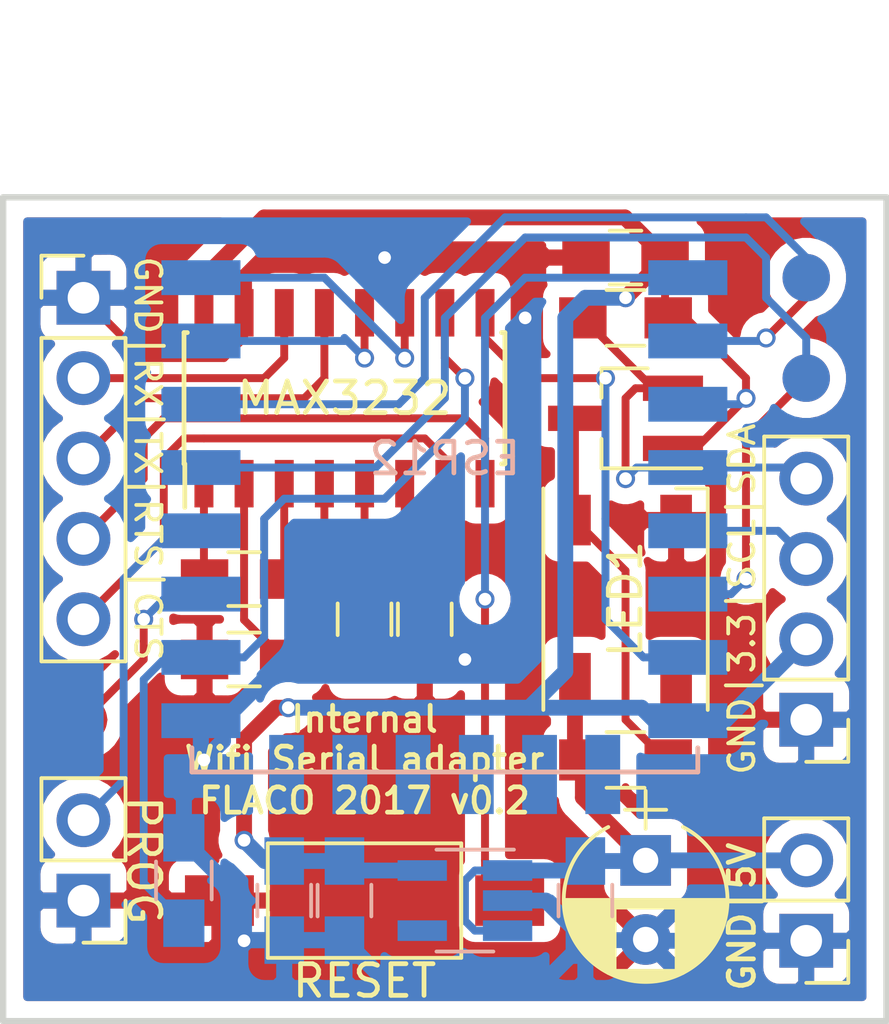
<source format=kicad_pcb>
(kicad_pcb (version 20171130) (host pcbnew 5.1.2-f72e74a~84~ubuntu16.04.1)

  (general
    (thickness 1.6)
    (drawings 11)
    (tracks 243)
    (zones 0)
    (modules 27)
    (nets 28)
  )

  (page A4)
  (title_block
    (title "AmigaWifi Internal")
    (date 2018-10-03)
    (rev 0.2)
    (company "FLACO 2019, licence of this PCB is CC-BY-NC-SA")
    (comment 1 "Connects an ESP8266 internally to a retro-computer serial port")
    (comment 2 "Breaks the UART IOs from an ESP-12F through a MAX3232")
    (comment 3 "Supports an optional WS2812B LED for status indication")
    (comment 4 "Use with https://github.com/bozimmerman/Zimodem firmware. Check the ESP pin definition !")
  )

  (layers
    (0 F.Cu signal)
    (31 B.Cu signal)
    (32 B.Adhes user)
    (33 F.Adhes user)
    (34 B.Paste user)
    (35 F.Paste user)
    (36 B.SilkS user)
    (37 F.SilkS user)
    (38 B.Mask user)
    (39 F.Mask user)
    (40 Dwgs.User user)
    (41 Cmts.User user)
    (42 Eco1.User user)
    (43 Eco2.User user)
    (44 Edge.Cuts user)
    (45 Margin user)
    (46 B.CrtYd user)
    (47 F.CrtYd user)
    (48 B.Fab user hide)
    (49 F.Fab user hide)
  )

  (setup
    (last_trace_width 0.25)
    (user_trace_width 0.5)
    (trace_clearance 0.2)
    (zone_clearance 0.508)
    (zone_45_only yes)
    (trace_min 0.2)
    (via_size 0.6)
    (via_drill 0.4)
    (via_min_size 0.4)
    (via_min_drill 0.3)
    (uvia_size 0.3)
    (uvia_drill 0.1)
    (uvias_allowed no)
    (uvia_min_size 0.2)
    (uvia_min_drill 0.1)
    (edge_width 0.2)
    (segment_width 0.2)
    (pcb_text_width 0.3)
    (pcb_text_size 1.5 1.5)
    (mod_edge_width 0.15)
    (mod_text_size 1 1)
    (mod_text_width 0.15)
    (pad_size 2.5 2.5)
    (pad_drill 2.5)
    (pad_to_mask_clearance 0.2)
    (aux_axis_origin 0 0)
    (visible_elements FFFFFF7F)
    (pcbplotparams
      (layerselection 0x00030_80000001)
      (usegerberextensions false)
      (usegerberattributes false)
      (usegerberadvancedattributes false)
      (creategerberjobfile false)
      (excludeedgelayer true)
      (linewidth 0.100000)
      (plotframeref false)
      (viasonmask false)
      (mode 1)
      (useauxorigin false)
      (hpglpennumber 1)
      (hpglpenspeed 20)
      (hpglpendiameter 15.000000)
      (psnegative false)
      (psa4output false)
      (plotreference true)
      (plotvalue true)
      (plotinvisibletext false)
      (padsonsilk false)
      (subtractmaskfromsilk false)
      (outputformat 1)
      (mirror false)
      (drillshape 1)
      (scaleselection 1)
      (outputdirectory ""))
  )

  (net 0 "")
  (net 1 "Net-(C4-Pad1)")
  (net 2 GND)
  (net 3 "Net-(C6-Pad2)")
  (net 4 "Net-(C4-Pad2)")
  (net 5 "Net-(C5-Pad1)")
  (net 6 "Net-(C5-Pad2)")
  (net 7 "Net-(C7-Pad2)")
  (net 8 RXD)
  (net 9 TXD)
  (net 10 +5V)
  (net 11 RST)
  (net 12 LED)
  (net 13 LTXD)
  (net 14 LRXD)
  (net 15 PROG)
  (net 16 VCC)
  (net 17 SCL)
  (net 18 "Net-(LED1-Pad4)")
  (net 19 CTS)
  (net 20 RTS)
  (net 21 "Net-(J6-Pad1)")
  (net 22 "Net-(J8-Pad1)")
  (net 23 "Net-(J9-Pad1)")
  (net 24 "Net-(J10-Pad1)")
  (net 25 LRTS)
  (net 26 LCTS)
  (net 27 "Net-(J7-Pad1)")

  (net_class Default "This is the default net class."
    (clearance 0.2)
    (trace_width 0.25)
    (via_dia 0.6)
    (via_drill 0.4)
    (uvia_dia 0.3)
    (uvia_drill 0.1)
    (add_net +5V)
    (add_net CTS)
    (add_net GND)
    (add_net LCTS)
    (add_net LED)
    (add_net LRTS)
    (add_net LRXD)
    (add_net LTXD)
    (add_net "Net-(C4-Pad1)")
    (add_net "Net-(C4-Pad2)")
    (add_net "Net-(C5-Pad1)")
    (add_net "Net-(C5-Pad2)")
    (add_net "Net-(C6-Pad2)")
    (add_net "Net-(C7-Pad2)")
    (add_net "Net-(J10-Pad1)")
    (add_net "Net-(J6-Pad1)")
    (add_net "Net-(J7-Pad1)")
    (add_net "Net-(J8-Pad1)")
    (add_net "Net-(J9-Pad1)")
    (add_net "Net-(LED1-Pad4)")
    (add_net PROG)
    (add_net RST)
    (add_net RTS)
    (add_net RXD)
    (add_net SCL)
    (add_net TXD)
    (add_net VCC)
  )

  (net_class Power ""
    (clearance 0.2)
    (trace_width 0.3)
    (via_dia 0.6)
    (via_drill 0.4)
    (uvia_dia 0.3)
    (uvia_drill 0.1)
  )

  (module ESP8266:ESP-12E_SMD (layer B.Cu) (tedit 58FB7FFE) (tstamp 5CE47A61)
    (at 240.03 51.435 180)
    (descr "Module, ESP-8266, ESP-12, 16 pad, SMD")
    (tags "Module ESP-8266 ESP8266")
    (path /5AA438CD)
    (fp_text reference U1 (at 6.985 -6.35 180) (layer B.SilkS) hide
      (effects (font (size 1 1) (thickness 0.15)) (justify mirror))
    )
    (fp_text value ESP-12F (at 5.08 -6.35 90) (layer B.Fab) hide
      (effects (font (size 1 1) (thickness 0.15)) (justify mirror))
    )
    (fp_line (start -2.25 0.5) (end -2.25 8.75) (layer B.CrtYd) (width 0.05))
    (fp_line (start -2.25 8.75) (end 15.25 8.75) (layer B.CrtYd) (width 0.05))
    (fp_line (start 15.25 8.75) (end 16.25 8.75) (layer B.CrtYd) (width 0.05))
    (fp_line (start 16.25 8.75) (end 16.25 -16) (layer B.CrtYd) (width 0.05))
    (fp_line (start 16.25 -16) (end -2.25 -16) (layer B.CrtYd) (width 0.05))
    (fp_line (start -2.25 -16) (end -2.25 0.5) (layer B.CrtYd) (width 0.05))
    (fp_line (start -1.016 8.382) (end 14.986 8.382) (layer B.CrtYd) (width 0.1524))
    (fp_line (start 14.986 8.382) (end 14.986 0.889) (layer B.CrtYd) (width 0.1524))
    (fp_line (start -1.016 8.382) (end -1.016 1.016) (layer B.CrtYd) (width 0.1524))
    (fp_line (start -1.016 -14.859) (end -1.016 -15.621) (layer B.SilkS) (width 0.1524))
    (fp_line (start -1.016 -15.621) (end 14.986 -15.621) (layer B.SilkS) (width 0.1524))
    (fp_line (start 14.986 -15.621) (end 14.986 -14.859) (layer B.SilkS) (width 0.1524))
    (fp_line (start 14.992 8.4) (end -1.008 2.6) (layer B.CrtYd) (width 0.1524))
    (fp_line (start -1.008 8.4) (end 14.992 2.6) (layer B.CrtYd) (width 0.1524))
    (fp_text user "No Copper" (at 6.892 5.4 180) (layer B.CrtYd)
      (effects (font (size 1 1) (thickness 0.15)) (justify mirror))
    )
    (fp_line (start -1.008 2.6) (end 14.992 2.6) (layer B.CrtYd) (width 0.1524))
    (fp_line (start 15 8.4) (end 15 -15.6) (layer B.Fab) (width 0.05))
    (fp_line (start 14.992 -15.6) (end -1.008 -15.6) (layer B.Fab) (width 0.05))
    (fp_line (start -1.008 -15.6) (end -1.008 8.4) (layer B.Fab) (width 0.05))
    (fp_line (start -1.008 8.4) (end 14.992 8.4) (layer B.Fab) (width 0.05))
    (pad 1 smd rect (at 0 0 180) (size 2.5 1.1) (drill (offset -0.7 0)) (layers B.Cu B.Paste B.Mask)
      (net 11 RST))
    (pad 2 smd rect (at 0 -2 180) (size 2.5 1.1) (drill (offset -0.7 0)) (layers B.Cu B.Paste B.Mask)
      (net 27 "Net-(J7-Pad1)"))
    (pad 3 smd rect (at 0 -4 180) (size 2.5 1.1) (drill (offset -0.7 0)) (layers B.Cu B.Paste B.Mask)
      (net 16 VCC))
    (pad 4 smd rect (at 0 -6 180) (size 2.5 1.1) (drill (offset -0.7 0)) (layers B.Cu B.Paste B.Mask)
      (net 12 LED))
    (pad 5 smd rect (at 0 -8 180) (size 2.5 1.1) (drill (offset -0.7 0)) (layers B.Cu B.Paste B.Mask)
      (net 17 SCL))
    (pad 6 smd rect (at 0 -10 180) (size 2.5 1.1) (drill (offset -0.7 0)) (layers B.Cu B.Paste B.Mask)
      (net 21 "Net-(J6-Pad1)"))
    (pad 7 smd rect (at 0 -12 180) (size 2.5 1.1) (drill (offset -0.7 0)) (layers B.Cu B.Paste B.Mask)
      (net 25 LRTS))
    (pad 8 smd rect (at 0 -14 180) (size 2.5 1.1) (drill (offset -0.7 0)) (layers B.Cu B.Paste B.Mask)
      (net 16 VCC))
    (pad 9 smd rect (at 14 -14 180) (size 2.5 1.1) (drill (offset 0.7 0)) (layers B.Cu B.Paste B.Mask)
      (net 2 GND))
    (pad 10 smd rect (at 14 -12 180) (size 2.5 1.1) (drill (offset 0.7 0)) (layers B.Cu B.Paste B.Mask)
      (net 26 LCTS))
    (pad 11 smd rect (at 14 -10 180) (size 2.5 1.1) (drill (offset 0.7 0)) (layers B.Cu B.Paste B.Mask)
      (net 24 "Net-(J10-Pad1)"))
    (pad 12 smd rect (at 14 -8 180) (size 2.5 1.1) (drill (offset 0.7 0)) (layers B.Cu B.Paste B.Mask)
      (net 15 PROG))
    (pad 13 smd rect (at 14 -6 180) (size 2.5 1.1) (drill (offset 0.7 0)) (layers B.Cu B.Paste B.Mask)
      (net 23 "Net-(J9-Pad1)"))
    (pad 14 smd rect (at 14 -4 180) (size 2.5 1.1) (drill (offset 0.7 0)) (layers B.Cu B.Paste B.Mask)
      (net 22 "Net-(J8-Pad1)"))
    (pad 15 smd rect (at 14 -2 180) (size 2.5 1.1) (drill (offset 0.7 0)) (layers B.Cu B.Paste B.Mask)
      (net 13 LTXD))
    (pad 16 smd rect (at 14 0 180) (size 2.5 1.1) (drill (offset 0.7 0)) (layers B.Cu B.Paste B.Mask)
      (net 14 LRXD))
    (pad 17 smd rect (at 1.99 -15 90) (size 2.5 1.1) (drill (offset -0.7 0)) (layers B.Cu B.Paste B.Mask))
    (pad 18 smd rect (at 3.99 -15 90) (size 2.5 1.1) (drill (offset -0.7 0)) (layers B.Cu B.Paste B.Mask))
    (pad 19 smd rect (at 5.99 -15 90) (size 2.5 1.1) (drill (offset -0.7 0)) (layers B.Cu B.Paste B.Mask))
    (pad 20 smd rect (at 7.99 -15 90) (size 2.5 1.1) (drill (offset -0.7 0)) (layers B.Cu B.Paste B.Mask))
    (pad 21 smd rect (at 9.99 -15 90) (size 2.5 1.1) (drill (offset -0.7 0)) (layers B.Cu B.Paste B.Mask))
    (pad 22 smd rect (at 11.99 -15 90) (size 2.5 1.1) (drill (offset -0.7 0)) (layers B.Cu B.Paste B.Mask))
    (model ${ESPLIB}/ESP8266.3dshapes/ESP-12.wrl
      (at (xyz 0 0 0))
      (scale (xyz 0.3937 0.3937 0.3937))
      (rotate (xyz 0 0 0))
    )
  )

  (module LEDs:LED_WS2812B-PLCC4 (layer F.Cu) (tedit 5A29C235) (tstamp 5A199AEA)
    (at 238.76 61.595 90)
    (descr http://www.world-semi.com/uploads/soft/150522/1-150522091P5.pdf)
    (tags "LED NeoPixel")
    (path /5A19A594)
    (attr smd)
    (fp_text reference LED1 (at 0 0 90) (layer F.SilkS)
      (effects (font (size 1 1) (thickness 0.15)))
    )
    (fp_text value WS2812B (at 0 4 90) (layer F.Fab)
      (effects (font (size 1 1) (thickness 0.15)))
    )
    (fp_line (start 3.75 -2.85) (end -3.75 -2.85) (layer F.CrtYd) (width 0.05))
    (fp_line (start 3.75 2.85) (end 3.75 -2.85) (layer F.CrtYd) (width 0.05))
    (fp_line (start -3.75 2.85) (end 3.75 2.85) (layer F.CrtYd) (width 0.05))
    (fp_line (start -3.75 -2.85) (end -3.75 2.85) (layer F.CrtYd) (width 0.05))
    (fp_line (start 2.5 1.5) (end 1.5 2.5) (layer F.Fab) (width 0.1))
    (fp_line (start -2.5 -2.5) (end -2.5 2.5) (layer F.Fab) (width 0.1))
    (fp_line (start -2.5 2.5) (end 2.5 2.5) (layer F.Fab) (width 0.1))
    (fp_line (start 2.5 2.5) (end 2.5 -2.5) (layer F.Fab) (width 0.1))
    (fp_line (start 2.5 -2.5) (end -2.5 -2.5) (layer F.Fab) (width 0.1))
    (fp_line (start -3.5 -2.6) (end 3.5 -2.6) (layer F.SilkS) (width 0.12))
    (fp_line (start -3.5 2.6) (end 3.5 2.6) (layer F.SilkS) (width 0.12))
    (fp_line (start 3.5 2.6) (end 3.5 1.6) (layer F.SilkS) (width 0.12))
    (fp_circle (center 0 0) (end 0 -2) (layer F.Fab) (width 0.1))
    (pad 3 smd rect (at 2.5 1.6 90) (size 1.6 1) (layers F.Cu F.Paste F.Mask)
      (net 2 GND))
    (pad 4 smd rect (at 2.5 -1.6 90) (size 1.6 1) (layers F.Cu F.Paste F.Mask)
      (net 18 "Net-(LED1-Pad4)"))
    (pad 2 smd rect (at -2.5 1.6 90) (size 1.6 1) (layers F.Cu F.Paste F.Mask))
    (pad 1 smd rect (at -2.5 -1.6 90) (size 1.6 1) (layers F.Cu F.Paste F.Mask)
      (net 10 +5V))
    (model ${KISYS3DMOD}/LEDs.3dshapes/LED_WS2812B-PLCC4.wrl
      (at (xyz 0 0 0))
      (scale (xyz 0.39 0.39 0.39))
      (rotate (xyz 0 0 180))
    )
  )

  (module Housings_SOIC:SOIC-16_3.9x9.9mm_Pitch1.27mm (layer F.Cu) (tedit 5AA5154C) (tstamp 5A199D06)
    (at 229.87 55.245 90)
    (descr "16-Lead Plastic Small Outline (SL) - Narrow, 3.90 mm Body [SOIC] (see Microchip Packaging Specification 00000049BS.pdf)")
    (tags "SOIC 1.27")
    (path /5A199B25)
    (attr smd)
    (fp_text reference MAX3232 (at 0 0 180) (layer F.SilkS)
      (effects (font (size 1 1) (thickness 0.15)))
    )
    (fp_text value MAX3232 (at 0 6 90) (layer F.Fab)
      (effects (font (size 1 1) (thickness 0.15)))
    )
    (fp_text user %R (at 0 0 90) (layer F.Fab)
      (effects (font (size 0.9 0.9) (thickness 0.135)))
    )
    (fp_line (start -0.95 -4.95) (end 1.95 -4.95) (layer F.Fab) (width 0.15))
    (fp_line (start 1.95 -4.95) (end 1.95 4.95) (layer F.Fab) (width 0.15))
    (fp_line (start 1.95 4.95) (end -1.95 4.95) (layer F.Fab) (width 0.15))
    (fp_line (start -1.95 4.95) (end -1.95 -3.95) (layer F.Fab) (width 0.15))
    (fp_line (start -1.95 -3.95) (end -0.95 -4.95) (layer F.Fab) (width 0.15))
    (fp_line (start -3.7 -5.25) (end -3.7 5.25) (layer F.CrtYd) (width 0.05))
    (fp_line (start 3.7 -5.25) (end 3.7 5.25) (layer F.CrtYd) (width 0.05))
    (fp_line (start -3.7 -5.25) (end 3.7 -5.25) (layer F.CrtYd) (width 0.05))
    (fp_line (start -3.7 5.25) (end 3.7 5.25) (layer F.CrtYd) (width 0.05))
    (fp_line (start -2.075 -5.075) (end -2.075 -5.05) (layer F.SilkS) (width 0.15))
    (fp_line (start 2.075 -5.075) (end 2.075 -4.97) (layer F.SilkS) (width 0.15))
    (fp_line (start 2.075 5.075) (end 2.075 4.97) (layer F.SilkS) (width 0.15))
    (fp_line (start -2.075 5.075) (end -2.075 4.97) (layer F.SilkS) (width 0.15))
    (fp_line (start -2.075 -5.075) (end 2.075 -5.075) (layer F.SilkS) (width 0.15))
    (fp_line (start -2.075 5.075) (end 2.075 5.075) (layer F.SilkS) (width 0.15))
    (fp_line (start -2.075 -5.05) (end -3.45 -5.05) (layer F.SilkS) (width 0.15))
    (pad 1 smd rect (at -2.7 -4.445 90) (size 1.5 0.6) (layers F.Cu F.Paste F.Mask)
      (net 1 "Net-(C4-Pad1)"))
    (pad 2 smd rect (at -2.7 -3.175 90) (size 1.5 0.6) (layers F.Cu F.Paste F.Mask)
      (net 3 "Net-(C6-Pad2)"))
    (pad 3 smd rect (at -2.7 -1.905 90) (size 1.5 0.6) (layers F.Cu F.Paste F.Mask)
      (net 4 "Net-(C4-Pad2)"))
    (pad 4 smd rect (at -2.7 -0.635 90) (size 1.5 0.6) (layers F.Cu F.Paste F.Mask)
      (net 5 "Net-(C5-Pad1)"))
    (pad 5 smd rect (at -2.7 0.635 90) (size 1.5 0.6) (layers F.Cu F.Paste F.Mask)
      (net 6 "Net-(C5-Pad2)"))
    (pad 6 smd rect (at -2.7 1.905 90) (size 1.5 0.6) (layers F.Cu F.Paste F.Mask)
      (net 7 "Net-(C7-Pad2)"))
    (pad 7 smd rect (at -2.7 3.175 90) (size 1.5 0.6) (layers F.Cu F.Paste F.Mask)
      (net 19 CTS))
    (pad 8 smd rect (at -2.7 4.445 90) (size 1.5 0.6) (layers F.Cu F.Paste F.Mask)
      (net 20 RTS))
    (pad 9 smd rect (at 2.7 4.445 90) (size 1.5 0.6) (layers F.Cu F.Paste F.Mask)
      (net 25 LRTS))
    (pad 10 smd rect (at 2.7 3.175 90) (size 1.5 0.6) (layers F.Cu F.Paste F.Mask)
      (net 26 LCTS))
    (pad 11 smd rect (at 2.7 1.905 90) (size 1.5 0.6) (layers F.Cu F.Paste F.Mask)
      (net 14 LRXD))
    (pad 12 smd rect (at 2.7 0.635 90) (size 1.5 0.6) (layers F.Cu F.Paste F.Mask)
      (net 13 LTXD))
    (pad 13 smd rect (at 2.7 -0.635 90) (size 1.5 0.6) (layers F.Cu F.Paste F.Mask)
      (net 9 TXD))
    (pad 14 smd rect (at 2.7 -1.905 90) (size 1.5 0.6) (layers F.Cu F.Paste F.Mask)
      (net 8 RXD))
    (pad 15 smd rect (at 2.7 -3.175 90) (size 1.5 0.6) (layers F.Cu F.Paste F.Mask)
      (net 2 GND))
    (pad 16 smd rect (at 2.7 -4.445 90) (size 1.5 0.6) (layers F.Cu F.Paste F.Mask)
      (net 16 VCC))
    (model ${KISYS3DMOD}/Housings_SOIC.3dshapes/SOIC-16_3.9x9.9mm_Pitch1.27mm.wrl
      (at (xyz 0 0 0))
      (scale (xyz 1 1 1))
      (rotate (xyz 0 0 0))
    )
  )

  (module Buttons_Switches_SMD:SW_SPST_FSMSM (layer F.Cu) (tedit 5A19A0FC) (tstamp 5A199D88)
    (at 230.505 71.12 180)
    (descr http://www.te.com/commerce/DocumentDelivery/DDEController?Action=srchrtrv&DocNm=1437566-3&DocType=Customer+Drawing&DocLang=English)
    (tags "SPST button tactile switch")
    (path /59F8FCB0)
    (attr smd)
    (fp_text reference SW1 (at 0 -2.6 180) (layer F.SilkS) hide
      (effects (font (size 1 1) (thickness 0.15)))
    )
    (fp_text value SW_PUSH (at 0 3 180) (layer F.Fab)
      (effects (font (size 1 1) (thickness 0.15)))
    )
    (fp_text user %R (at 0 -2.6 180) (layer F.Fab)
      (effects (font (size 1 1) (thickness 0.15)))
    )
    (fp_line (start -1.75 -1) (end 1.75 -1) (layer F.Fab) (width 0.1))
    (fp_line (start 1.75 -1) (end 1.75 1) (layer F.Fab) (width 0.1))
    (fp_line (start 1.75 1) (end -1.75 1) (layer F.Fab) (width 0.1))
    (fp_line (start -1.75 1) (end -1.75 -1) (layer F.Fab) (width 0.1))
    (fp_line (start -3.06 -1.81) (end 3.06 -1.81) (layer F.SilkS) (width 0.12))
    (fp_line (start 3.06 -1.81) (end 3.06 1.81) (layer F.SilkS) (width 0.12))
    (fp_line (start 3.06 1.81) (end -3.06 1.81) (layer F.SilkS) (width 0.12))
    (fp_line (start -3.06 1.81) (end -3.06 -1.81) (layer F.SilkS) (width 0.12))
    (fp_line (start -1.5 0.8) (end 1.5 0.8) (layer F.Fab) (width 0.1))
    (fp_line (start -1.5 -0.8) (end 1.5 -0.8) (layer F.Fab) (width 0.1))
    (fp_line (start 1.5 -0.8) (end 1.5 0.8) (layer F.Fab) (width 0.1))
    (fp_line (start -1.5 -0.8) (end -1.5 0.8) (layer F.Fab) (width 0.1))
    (fp_line (start -5.95 2) (end 5.95 2) (layer F.CrtYd) (width 0.05))
    (fp_line (start 5.95 -2) (end 5.95 2) (layer F.CrtYd) (width 0.05))
    (fp_line (start -3 1.75) (end 3 1.75) (layer F.Fab) (width 0.1))
    (fp_line (start -3 -1.75) (end 3 -1.75) (layer F.Fab) (width 0.1))
    (fp_line (start -3 -1.75) (end -3 1.75) (layer F.Fab) (width 0.1))
    (fp_line (start 3 -1.75) (end 3 1.75) (layer F.Fab) (width 0.1))
    (fp_line (start -5.95 -2) (end -5.95 2) (layer F.CrtYd) (width 0.05))
    (fp_line (start -5.95 -2) (end 5.95 -2) (layer F.CrtYd) (width 0.05))
    (pad 1 smd rect (at -4.59 0 180) (size 2.18 1.6) (layers F.Cu F.Paste F.Mask)
      (net 11 RST))
    (pad 2 smd rect (at 4.59 0 180) (size 2.18 1.6) (layers F.Cu F.Paste F.Mask)
      (net 2 GND))
    (model ${KISYS3DMOD}/Buttons_Switches_SMD.3dshapes/SW_SPST_FSMSM.wrl
      (at (xyz 0 0 0))
      (scale (xyz 1 1 1))
      (rotate (xyz 0 0 0))
    )
  )

  (module Capacitors_SMD:C_0805_HandSoldering (layer F.Cu) (tedit 5AA515C7) (tstamp 5A199E5C)
    (at 238.76 50.8 180)
    (descr "Capacitor SMD 0805, hand soldering")
    (tags "capacitor 0805")
    (path /59F8E472)
    (attr smd)
    (fp_text reference C3 (at -3.175 0) (layer F.SilkS) hide
      (effects (font (size 0.8 0.8) (thickness 0.15)))
    )
    (fp_text value 0.1uF (at 0 1.75 180) (layer F.Fab)
      (effects (font (size 1 1) (thickness 0.15)))
    )
    (fp_text user %R (at 0 -1.75 180) (layer F.Fab)
      (effects (font (size 1 1) (thickness 0.15)))
    )
    (fp_line (start -1 0.62) (end -1 -0.62) (layer F.Fab) (width 0.1))
    (fp_line (start 1 0.62) (end -1 0.62) (layer F.Fab) (width 0.1))
    (fp_line (start 1 -0.62) (end 1 0.62) (layer F.Fab) (width 0.1))
    (fp_line (start -1 -0.62) (end 1 -0.62) (layer F.Fab) (width 0.1))
    (fp_line (start 0.5 -0.85) (end -0.5 -0.85) (layer F.SilkS) (width 0.12))
    (fp_line (start -0.5 0.85) (end 0.5 0.85) (layer F.SilkS) (width 0.12))
    (fp_line (start -2.25 -0.88) (end 2.25 -0.88) (layer F.CrtYd) (width 0.05))
    (fp_line (start -2.25 -0.88) (end -2.25 0.87) (layer F.CrtYd) (width 0.05))
    (fp_line (start 2.25 0.87) (end 2.25 -0.88) (layer F.CrtYd) (width 0.05))
    (fp_line (start 2.25 0.87) (end -2.25 0.87) (layer F.CrtYd) (width 0.05))
    (pad 1 smd rect (at -1.25 0 180) (size 1.5 1.25) (layers F.Cu F.Paste F.Mask)
      (net 16 VCC))
    (pad 2 smd rect (at 1.25 0 180) (size 1.5 1.25) (layers F.Cu F.Paste F.Mask)
      (net 2 GND))
    (model Capacitors_SMD.3dshapes/C_0805.wrl
      (at (xyz 0 0 0))
      (scale (xyz 1 1 1))
      (rotate (xyz 0 0 0))
    )
  )

  (module Capacitors_SMD:C_0805_HandSoldering (layer B.Cu) (tedit 5A29C8E4) (tstamp 5A199E6D)
    (at 229.87 71.12 270)
    (descr "Capacitor SMD 0805, hand soldering")
    (tags "capacitor 0805")
    (path /59F9DABF)
    (attr smd)
    (fp_text reference C9 (at 2.794 0 180) (layer B.SilkS) hide
      (effects (font (size 0.8 0.8) (thickness 0.15)) (justify mirror))
    )
    (fp_text value 22uF (at 0 -1.75 270) (layer B.Fab)
      (effects (font (size 1 1) (thickness 0.15)) (justify mirror))
    )
    (fp_text user %R (at 0 1.75 270) (layer B.Fab)
      (effects (font (size 1 1) (thickness 0.15)) (justify mirror))
    )
    (fp_line (start -1 -0.62) (end -1 0.62) (layer B.Fab) (width 0.1))
    (fp_line (start 1 -0.62) (end -1 -0.62) (layer B.Fab) (width 0.1))
    (fp_line (start 1 0.62) (end 1 -0.62) (layer B.Fab) (width 0.1))
    (fp_line (start -1 0.62) (end 1 0.62) (layer B.Fab) (width 0.1))
    (fp_line (start 0.5 0.85) (end -0.5 0.85) (layer B.SilkS) (width 0.12))
    (fp_line (start -0.5 -0.85) (end 0.5 -0.85) (layer B.SilkS) (width 0.12))
    (fp_line (start -2.25 0.88) (end 2.25 0.88) (layer B.CrtYd) (width 0.05))
    (fp_line (start -2.25 0.88) (end -2.25 -0.87) (layer B.CrtYd) (width 0.05))
    (fp_line (start 2.25 -0.87) (end 2.25 0.88) (layer B.CrtYd) (width 0.05))
    (fp_line (start 2.25 -0.87) (end -2.25 -0.87) (layer B.CrtYd) (width 0.05))
    (pad 1 smd rect (at -1.25 0 270) (size 1.5 1.25) (layers B.Cu B.Paste B.Mask)
      (net 16 VCC))
    (pad 2 smd rect (at 1.25 0 270) (size 1.5 1.25) (layers B.Cu B.Paste B.Mask)
      (net 2 GND))
    (model Capacitors_SMD.3dshapes/C_0805.wrl
      (at (xyz 0 0 0))
      (scale (xyz 1 1 1))
      (rotate (xyz 0 0 0))
    )
  )

  (module Capacitors_SMD:C_0805_HandSoldering (layer B.Cu) (tedit 5A29C91B) (tstamp 5A19A03F)
    (at 237.49 71.12 270)
    (descr "Capacitor SMD 0805, hand soldering")
    (tags "capacitor 0805")
    (path /59F9DB56)
    (attr smd)
    (fp_text reference C8 (at 2.794 0 180) (layer B.SilkS) hide
      (effects (font (size 0.8 0.8) (thickness 0.15)) (justify mirror))
    )
    (fp_text value 22uF (at 0 -1.75 270) (layer B.Fab)
      (effects (font (size 1 1) (thickness 0.15)) (justify mirror))
    )
    (fp_text user %R (at 0 1.75 270) (layer B.Fab)
      (effects (font (size 1 1) (thickness 0.15)) (justify mirror))
    )
    (fp_line (start -1 -0.62) (end -1 0.62) (layer B.Fab) (width 0.1))
    (fp_line (start 1 -0.62) (end -1 -0.62) (layer B.Fab) (width 0.1))
    (fp_line (start 1 0.62) (end 1 -0.62) (layer B.Fab) (width 0.1))
    (fp_line (start -1 0.62) (end 1 0.62) (layer B.Fab) (width 0.1))
    (fp_line (start 0.5 0.85) (end -0.5 0.85) (layer B.SilkS) (width 0.12))
    (fp_line (start -0.5 -0.85) (end 0.5 -0.85) (layer B.SilkS) (width 0.12))
    (fp_line (start -2.25 0.88) (end 2.25 0.88) (layer B.CrtYd) (width 0.05))
    (fp_line (start -2.25 0.88) (end -2.25 -0.87) (layer B.CrtYd) (width 0.05))
    (fp_line (start 2.25 -0.87) (end 2.25 0.88) (layer B.CrtYd) (width 0.05))
    (fp_line (start 2.25 -0.87) (end -2.25 -0.87) (layer B.CrtYd) (width 0.05))
    (pad 1 smd rect (at -1.25 0 270) (size 1.5 1.25) (layers B.Cu B.Paste B.Mask)
      (net 10 +5V))
    (pad 2 smd rect (at 1.25 0 270) (size 1.5 1.25) (layers B.Cu B.Paste B.Mask)
      (net 2 GND))
    (model Capacitors_SMD.3dshapes/C_0805.wrl
      (at (xyz 0 0 0))
      (scale (xyz 1 1 1))
      (rotate (xyz 0 0 0))
    )
  )

  (module Capacitors_SMD:C_0805_HandSoldering (layer F.Cu) (tedit 5AA5162E) (tstamp 5A19A11B)
    (at 226.695 63.5)
    (descr "Capacitor SMD 0805, hand soldering")
    (tags "capacitor 0805")
    (path /59F8E53E)
    (attr smd)
    (fp_text reference C6 (at 0 2.54 180) (layer F.SilkS) hide
      (effects (font (size 0.8 0.8) (thickness 0.15)))
    )
    (fp_text value 0.1uF (at 0 1.75) (layer F.Fab)
      (effects (font (size 1 1) (thickness 0.15)))
    )
    (fp_text user %R (at 0 -1.75) (layer F.Fab)
      (effects (font (size 1 1) (thickness 0.15)))
    )
    (fp_line (start -1 0.62) (end -1 -0.62) (layer F.Fab) (width 0.1))
    (fp_line (start 1 0.62) (end -1 0.62) (layer F.Fab) (width 0.1))
    (fp_line (start 1 -0.62) (end 1 0.62) (layer F.Fab) (width 0.1))
    (fp_line (start -1 -0.62) (end 1 -0.62) (layer F.Fab) (width 0.1))
    (fp_line (start 0.5 -0.85) (end -0.5 -0.85) (layer F.SilkS) (width 0.12))
    (fp_line (start -0.5 0.85) (end 0.5 0.85) (layer F.SilkS) (width 0.12))
    (fp_line (start -2.25 -0.88) (end 2.25 -0.88) (layer F.CrtYd) (width 0.05))
    (fp_line (start -2.25 -0.88) (end -2.25 0.87) (layer F.CrtYd) (width 0.05))
    (fp_line (start 2.25 0.87) (end 2.25 -0.88) (layer F.CrtYd) (width 0.05))
    (fp_line (start 2.25 0.87) (end -2.25 0.87) (layer F.CrtYd) (width 0.05))
    (pad 1 smd rect (at -1.25 0) (size 1.5 1.25) (layers F.Cu F.Paste F.Mask)
      (net 2 GND))
    (pad 2 smd rect (at 1.25 0) (size 1.5 1.25) (layers F.Cu F.Paste F.Mask)
      (net 3 "Net-(C6-Pad2)"))
    (model Capacitors_SMD.3dshapes/C_0805.wrl
      (at (xyz 0 0 0))
      (scale (xyz 1 1 1))
      (rotate (xyz 0 0 0))
    )
  )

  (module Capacitors_SMD:C_0805_HandSoldering (layer F.Cu) (tedit 5AA5160D) (tstamp 5A19A12C)
    (at 232.41 62.23 90)
    (descr "Capacitor SMD 0805, hand soldering")
    (tags "capacitor 0805")
    (path /59F8E5CD)
    (attr smd)
    (fp_text reference C7 (at -3.175 0 180) (layer F.SilkS) hide
      (effects (font (size 0.8 0.8) (thickness 0.15)))
    )
    (fp_text value 0.1uF (at 0 1.75 90) (layer F.Fab)
      (effects (font (size 1 1) (thickness 0.15)))
    )
    (fp_text user %R (at 0 -1.75 90) (layer F.Fab)
      (effects (font (size 1 1) (thickness 0.15)))
    )
    (fp_line (start -1 0.62) (end -1 -0.62) (layer F.Fab) (width 0.1))
    (fp_line (start 1 0.62) (end -1 0.62) (layer F.Fab) (width 0.1))
    (fp_line (start 1 -0.62) (end 1 0.62) (layer F.Fab) (width 0.1))
    (fp_line (start -1 -0.62) (end 1 -0.62) (layer F.Fab) (width 0.1))
    (fp_line (start 0.5 -0.85) (end -0.5 -0.85) (layer F.SilkS) (width 0.12))
    (fp_line (start -0.5 0.85) (end 0.5 0.85) (layer F.SilkS) (width 0.12))
    (fp_line (start -2.25 -0.88) (end 2.25 -0.88) (layer F.CrtYd) (width 0.05))
    (fp_line (start -2.25 -0.88) (end -2.25 0.87) (layer F.CrtYd) (width 0.05))
    (fp_line (start 2.25 0.87) (end 2.25 -0.88) (layer F.CrtYd) (width 0.05))
    (fp_line (start 2.25 0.87) (end -2.25 0.87) (layer F.CrtYd) (width 0.05))
    (pad 1 smd rect (at -1.25 0 90) (size 1.5 1.25) (layers F.Cu F.Paste F.Mask)
      (net 2 GND))
    (pad 2 smd rect (at 1.25 0 90) (size 1.5 1.25) (layers F.Cu F.Paste F.Mask)
      (net 7 "Net-(C7-Pad2)"))
    (model Capacitors_SMD.3dshapes/C_0805.wrl
      (at (xyz 0 0 0))
      (scale (xyz 1 1 1))
      (rotate (xyz 0 0 0))
    )
  )

  (module Capacitors_SMD:C_0805_HandSoldering (layer F.Cu) (tedit 5A29C858) (tstamp 5CE47DB1)
    (at 226.695 60.96)
    (descr "Capacitor SMD 0805, hand soldering")
    (tags "capacitor 0805")
    (path /59F8E727)
    (attr smd)
    (fp_text reference C4 (at 0 4.064) (layer F.SilkS) hide
      (effects (font (size 0.8 0.8) (thickness 0.15)))
    )
    (fp_text value 0.1uF (at 0 1.75) (layer F.Fab)
      (effects (font (size 1 1) (thickness 0.15)))
    )
    (fp_text user %R (at 0 -1.75) (layer F.Fab)
      (effects (font (size 1 1) (thickness 0.15)))
    )
    (fp_line (start -1 0.62) (end -1 -0.62) (layer F.Fab) (width 0.1))
    (fp_line (start 1 0.62) (end -1 0.62) (layer F.Fab) (width 0.1))
    (fp_line (start 1 -0.62) (end 1 0.62) (layer F.Fab) (width 0.1))
    (fp_line (start -1 -0.62) (end 1 -0.62) (layer F.Fab) (width 0.1))
    (fp_line (start 0.5 -0.85) (end -0.5 -0.85) (layer F.SilkS) (width 0.12))
    (fp_line (start -0.5 0.85) (end 0.5 0.85) (layer F.SilkS) (width 0.12))
    (fp_line (start -2.25 -0.88) (end 2.25 -0.88) (layer F.CrtYd) (width 0.05))
    (fp_line (start -2.25 -0.88) (end -2.25 0.87) (layer F.CrtYd) (width 0.05))
    (fp_line (start 2.25 0.87) (end 2.25 -0.88) (layer F.CrtYd) (width 0.05))
    (fp_line (start 2.25 0.87) (end -2.25 0.87) (layer F.CrtYd) (width 0.05))
    (pad 1 smd rect (at -1.25 0) (size 1.5 1.25) (layers F.Cu F.Paste F.Mask)
      (net 1 "Net-(C4-Pad1)"))
    (pad 2 smd rect (at 1.25 0) (size 1.5 1.25) (layers F.Cu F.Paste F.Mask)
      (net 4 "Net-(C4-Pad2)"))
    (model Capacitors_SMD.3dshapes/C_0805.wrl
      (at (xyz 0 0 0))
      (scale (xyz 1 1 1))
      (rotate (xyz 0 0 0))
    )
  )

  (module Capacitors_SMD:C_0805_HandSoldering (layer F.Cu) (tedit 5AA5160B) (tstamp 5A19A1D4)
    (at 230.505 62.23 90)
    (descr "Capacitor SMD 0805, hand soldering")
    (tags "capacitor 0805")
    (path /59F8E4F3)
    (attr smd)
    (fp_text reference C5 (at -3.175 0 180) (layer F.SilkS) hide
      (effects (font (size 0.8 0.8) (thickness 0.15)))
    )
    (fp_text value 0.1uF (at 0 1.75 90) (layer F.Fab)
      (effects (font (size 1 1) (thickness 0.15)))
    )
    (fp_text user %R (at 0 -1.75 90) (layer F.Fab)
      (effects (font (size 1 1) (thickness 0.15)))
    )
    (fp_line (start -1 0.62) (end -1 -0.62) (layer F.Fab) (width 0.1))
    (fp_line (start 1 0.62) (end -1 0.62) (layer F.Fab) (width 0.1))
    (fp_line (start 1 -0.62) (end 1 0.62) (layer F.Fab) (width 0.1))
    (fp_line (start -1 -0.62) (end 1 -0.62) (layer F.Fab) (width 0.1))
    (fp_line (start 0.5 -0.85) (end -0.5 -0.85) (layer F.SilkS) (width 0.12))
    (fp_line (start -0.5 0.85) (end 0.5 0.85) (layer F.SilkS) (width 0.12))
    (fp_line (start -2.25 -0.88) (end 2.25 -0.88) (layer F.CrtYd) (width 0.05))
    (fp_line (start -2.25 -0.88) (end -2.25 0.87) (layer F.CrtYd) (width 0.05))
    (fp_line (start 2.25 0.87) (end 2.25 -0.88) (layer F.CrtYd) (width 0.05))
    (fp_line (start 2.25 0.87) (end -2.25 0.87) (layer F.CrtYd) (width 0.05))
    (pad 1 smd rect (at -1.25 0 90) (size 1.5 1.25) (layers F.Cu F.Paste F.Mask)
      (net 5 "Net-(C5-Pad1)"))
    (pad 2 smd rect (at 1.25 0 90) (size 1.5 1.25) (layers F.Cu F.Paste F.Mask)
      (net 6 "Net-(C5-Pad2)"))
    (model Capacitors_SMD.3dshapes/C_0805.wrl
      (at (xyz 0 0 0))
      (scale (xyz 1 1 1))
      (rotate (xyz 0 0 0))
    )
  )

  (module Pin_Headers:Pin_Header_Straight_1x02_Pitch2.54mm (layer F.Cu) (tedit 5A19A01C) (tstamp 5A19A2A5)
    (at 244.475 72.39 180)
    (descr "Through hole straight pin header, 1x02, 2.54mm pitch, single row")
    (tags "Through hole pin header THT 1x02 2.54mm single row")
    (path /5A19EB0A)
    (fp_text reference J1 (at 0 -2.33 180) (layer F.SilkS) hide
      (effects (font (size 1 1) (thickness 0.15)))
    )
    (fp_text value Conn_01x02 (at 0 4.87 180) (layer F.Fab)
      (effects (font (size 1 1) (thickness 0.15)))
    )
    (fp_line (start -0.635 -1.27) (end 1.27 -1.27) (layer F.Fab) (width 0.1))
    (fp_line (start 1.27 -1.27) (end 1.27 3.81) (layer F.Fab) (width 0.1))
    (fp_line (start 1.27 3.81) (end -1.27 3.81) (layer F.Fab) (width 0.1))
    (fp_line (start -1.27 3.81) (end -1.27 -0.635) (layer F.Fab) (width 0.1))
    (fp_line (start -1.27 -0.635) (end -0.635 -1.27) (layer F.Fab) (width 0.1))
    (fp_line (start -1.33 3.87) (end 1.33 3.87) (layer F.SilkS) (width 0.12))
    (fp_line (start -1.33 1.27) (end -1.33 3.87) (layer F.SilkS) (width 0.12))
    (fp_line (start 1.33 1.27) (end 1.33 3.87) (layer F.SilkS) (width 0.12))
    (fp_line (start -1.33 1.27) (end 1.33 1.27) (layer F.SilkS) (width 0.12))
    (fp_line (start -1.33 0) (end -1.33 -1.33) (layer F.SilkS) (width 0.12))
    (fp_line (start -1.33 -1.33) (end 0 -1.33) (layer F.SilkS) (width 0.12))
    (fp_line (start -1.8 -1.8) (end -1.8 4.35) (layer F.CrtYd) (width 0.05))
    (fp_line (start -1.8 4.35) (end 1.8 4.35) (layer F.CrtYd) (width 0.05))
    (fp_line (start 1.8 4.35) (end 1.8 -1.8) (layer F.CrtYd) (width 0.05))
    (fp_line (start 1.8 -1.8) (end -1.8 -1.8) (layer F.CrtYd) (width 0.05))
    (fp_text user %R (at 0 1.27 270) (layer F.Fab)
      (effects (font (size 1 1) (thickness 0.15)))
    )
    (pad 1 thru_hole rect (at 0 0 180) (size 1.7 1.7) (drill 1) (layers *.Cu *.Mask)
      (net 2 GND))
    (pad 2 thru_hole oval (at 0 2.54 180) (size 1.7 1.7) (drill 1) (layers *.Cu *.Mask)
      (net 10 +5V))
    (model ${KISYS3DMOD}/Pin_Headers.3dshapes/Pin_Header_Straight_1x02_Pitch2.54mm.wrl
      (at (xyz 0 0 0))
      (scale (xyz 1 1 1))
      (rotate (xyz 0 0 0))
    )
  )

  (module Pin_Headers:Pin_Header_Straight_1x04_Pitch2.54mm (layer F.Cu) (tedit 5A19A016) (tstamp 5A19A301)
    (at 244.475 65.405 180)
    (descr "Through hole straight pin header, 1x04, 2.54mm pitch, single row")
    (tags "Through hole pin header THT 1x04 2.54mm single row")
    (path /5A19DF3D)
    (fp_text reference J5 (at 0 -2.33 180) (layer F.SilkS) hide
      (effects (font (size 1 1) (thickness 0.15)))
    )
    (fp_text value Conn_01x04 (at 0 9.95 180) (layer F.Fab)
      (effects (font (size 1 1) (thickness 0.15)))
    )
    (fp_line (start -0.635 -1.27) (end 1.27 -1.27) (layer F.Fab) (width 0.1))
    (fp_line (start 1.27 -1.27) (end 1.27 8.89) (layer F.Fab) (width 0.1))
    (fp_line (start 1.27 8.89) (end -1.27 8.89) (layer F.Fab) (width 0.1))
    (fp_line (start -1.27 8.89) (end -1.27 -0.635) (layer F.Fab) (width 0.1))
    (fp_line (start -1.27 -0.635) (end -0.635 -1.27) (layer F.Fab) (width 0.1))
    (fp_line (start -1.33 8.95) (end 1.33 8.95) (layer F.SilkS) (width 0.12))
    (fp_line (start -1.33 1.27) (end -1.33 8.95) (layer F.SilkS) (width 0.12))
    (fp_line (start 1.33 1.27) (end 1.33 8.95) (layer F.SilkS) (width 0.12))
    (fp_line (start -1.33 1.27) (end 1.33 1.27) (layer F.SilkS) (width 0.12))
    (fp_line (start -1.33 0) (end -1.33 -1.33) (layer F.SilkS) (width 0.12))
    (fp_line (start -1.33 -1.33) (end 0 -1.33) (layer F.SilkS) (width 0.12))
    (fp_line (start -1.8 -1.8) (end -1.8 9.4) (layer F.CrtYd) (width 0.05))
    (fp_line (start -1.8 9.4) (end 1.8 9.4) (layer F.CrtYd) (width 0.05))
    (fp_line (start 1.8 9.4) (end 1.8 -1.8) (layer F.CrtYd) (width 0.05))
    (fp_line (start 1.8 -1.8) (end -1.8 -1.8) (layer F.CrtYd) (width 0.05))
    (fp_text user %R (at 0 3.81 270) (layer F.Fab)
      (effects (font (size 1 1) (thickness 0.15)))
    )
    (pad 1 thru_hole rect (at 0 0 180) (size 1.7 1.7) (drill 1) (layers *.Cu *.Mask)
      (net 2 GND))
    (pad 2 thru_hole oval (at 0 2.54 180) (size 1.7 1.7) (drill 1) (layers *.Cu *.Mask)
      (net 16 VCC))
    (pad 3 thru_hole oval (at 0 5.08 180) (size 1.7 1.7) (drill 1) (layers *.Cu *.Mask)
      (net 17 SCL))
    (pad 4 thru_hole oval (at 0 7.62 180) (size 1.7 1.7) (drill 1) (layers *.Cu *.Mask)
      (net 12 LED))
    (model ${KISYS3DMOD}/Pin_Headers.3dshapes/Pin_Header_Straight_1x04_Pitch2.54mm.wrl
      (at (xyz 0 0 0))
      (scale (xyz 1 1 1))
      (rotate (xyz 0 0 0))
    )
  )

  (module Pin_Headers:Pin_Header_Straight_1x02_Pitch2.54mm (layer F.Cu) (tedit 5A19A0C1) (tstamp 5A19A581)
    (at 221.615 71.12 180)
    (descr "Through hole straight pin header, 1x02, 2.54mm pitch, single row")
    (tags "Through hole pin header THT 1x02 2.54mm single row")
    (path /5A1A0130)
    (fp_text reference JP1 (at 0 -2.33 180) (layer F.SilkS) hide
      (effects (font (size 1 1) (thickness 0.15)))
    )
    (fp_text value Jumper (at 0 4.87 180) (layer F.Fab)
      (effects (font (size 1 1) (thickness 0.15)))
    )
    (fp_line (start -0.635 -1.27) (end 1.27 -1.27) (layer F.Fab) (width 0.1))
    (fp_line (start 1.27 -1.27) (end 1.27 3.81) (layer F.Fab) (width 0.1))
    (fp_line (start 1.27 3.81) (end -1.27 3.81) (layer F.Fab) (width 0.1))
    (fp_line (start -1.27 3.81) (end -1.27 -0.635) (layer F.Fab) (width 0.1))
    (fp_line (start -1.27 -0.635) (end -0.635 -1.27) (layer F.Fab) (width 0.1))
    (fp_line (start -1.33 3.87) (end 1.33 3.87) (layer F.SilkS) (width 0.12))
    (fp_line (start -1.33 1.27) (end -1.33 3.87) (layer F.SilkS) (width 0.12))
    (fp_line (start 1.33 1.27) (end 1.33 3.87) (layer F.SilkS) (width 0.12))
    (fp_line (start -1.33 1.27) (end 1.33 1.27) (layer F.SilkS) (width 0.12))
    (fp_line (start -1.33 0) (end -1.33 -1.33) (layer F.SilkS) (width 0.12))
    (fp_line (start -1.33 -1.33) (end 0 -1.33) (layer F.SilkS) (width 0.12))
    (fp_line (start -1.8 -1.8) (end -1.8 4.35) (layer F.CrtYd) (width 0.05))
    (fp_line (start -1.8 4.35) (end 1.8 4.35) (layer F.CrtYd) (width 0.05))
    (fp_line (start 1.8 4.35) (end 1.8 -1.8) (layer F.CrtYd) (width 0.05))
    (fp_line (start 1.8 -1.8) (end -1.8 -1.8) (layer F.CrtYd) (width 0.05))
    (fp_text user %R (at 0 1.27 270) (layer F.Fab)
      (effects (font (size 1 1) (thickness 0.15)))
    )
    (pad 1 thru_hole rect (at 0 0 180) (size 1.7 1.7) (drill 1) (layers *.Cu *.Mask)
      (net 2 GND))
    (pad 2 thru_hole oval (at 0 2.54 180) (size 1.7 1.7) (drill 1) (layers *.Cu *.Mask)
      (net 15 PROG))
    (model ${KISYS3DMOD}/Pin_Headers.3dshapes/Pin_Header_Straight_1x02_Pitch2.54mm.wrl
      (at (xyz 0 0 0))
      (scale (xyz 1 1 1))
      (rotate (xyz 0 0 0))
    )
  )

  (module TO_SOT_Packages_SMD:SOT-23_Handsoldering (layer F.Cu) (tedit 5A29CA08) (tstamp 5A29BBF9)
    (at 238.76 55.88 180)
    (descr "SOT-23, Handsoldering")
    (tags SOT-23)
    (path /5A29BD99)
    (attr smd)
    (fp_text reference Q1 (at 1.905 1.27 180) (layer F.SilkS) hide
      (effects (font (size 0.8 0.8) (thickness 0.15)))
    )
    (fp_text value BSS138 (at 0 2.5 180) (layer F.Fab)
      (effects (font (size 1 1) (thickness 0.15)))
    )
    (fp_text user %R (at 0 0 270) (layer F.Fab)
      (effects (font (size 0.5 0.5) (thickness 0.075)))
    )
    (fp_line (start 0.76 1.58) (end 0.76 0.65) (layer F.SilkS) (width 0.12))
    (fp_line (start 0.76 -1.58) (end 0.76 -0.65) (layer F.SilkS) (width 0.12))
    (fp_line (start -2.7 -1.75) (end 2.7 -1.75) (layer F.CrtYd) (width 0.05))
    (fp_line (start 2.7 -1.75) (end 2.7 1.75) (layer F.CrtYd) (width 0.05))
    (fp_line (start 2.7 1.75) (end -2.7 1.75) (layer F.CrtYd) (width 0.05))
    (fp_line (start -2.7 1.75) (end -2.7 -1.75) (layer F.CrtYd) (width 0.05))
    (fp_line (start 0.76 -1.58) (end -2.4 -1.58) (layer F.SilkS) (width 0.12))
    (fp_line (start -0.7 -0.95) (end -0.7 1.5) (layer F.Fab) (width 0.1))
    (fp_line (start -0.15 -1.52) (end 0.7 -1.52) (layer F.Fab) (width 0.1))
    (fp_line (start -0.7 -0.95) (end -0.15 -1.52) (layer F.Fab) (width 0.1))
    (fp_line (start 0.7 -1.52) (end 0.7 1.52) (layer F.Fab) (width 0.1))
    (fp_line (start -0.7 1.52) (end 0.7 1.52) (layer F.Fab) (width 0.1))
    (fp_line (start 0.76 1.58) (end -0.7 1.58) (layer F.SilkS) (width 0.12))
    (pad 1 smd rect (at -1.5 -0.95 180) (size 1.9 0.8) (layers F.Cu F.Paste F.Mask)
      (net 16 VCC))
    (pad 2 smd rect (at -1.5 0.95 180) (size 1.9 0.8) (layers F.Cu F.Paste F.Mask)
      (net 12 LED))
    (pad 3 smd rect (at 1.5 0 180) (size 1.9 0.8) (layers F.Cu F.Paste F.Mask)
      (net 18 "Net-(LED1-Pad4)"))
    (model ${KISYS3DMOD}/TO_SOT_Packages_SMD.3dshapes\SOT-23.wrl
      (at (xyz 0 0 0))
      (scale (xyz 1 1 1))
      (rotate (xyz 0 0 0))
    )
  )

  (module Resistors_SMD:R_0805_HandSoldering (layer F.Cu) (tedit 5AA515C9) (tstamp 5A29BC0A)
    (at 238.76 52.705 180)
    (descr "Resistor SMD 0805, hand soldering")
    (tags "resistor 0805")
    (path /5A29BDF8)
    (attr smd)
    (fp_text reference R1 (at -3.175 0) (layer F.SilkS) hide
      (effects (font (size 0.8 0.8) (thickness 0.15)))
    )
    (fp_text value 10k (at 0 1.75 180) (layer F.Fab)
      (effects (font (size 1 1) (thickness 0.15)))
    )
    (fp_text user %R (at 0 0 180) (layer F.Fab)
      (effects (font (size 0.5 0.5) (thickness 0.075)))
    )
    (fp_line (start -1 0.62) (end -1 -0.62) (layer F.Fab) (width 0.1))
    (fp_line (start 1 0.62) (end -1 0.62) (layer F.Fab) (width 0.1))
    (fp_line (start 1 -0.62) (end 1 0.62) (layer F.Fab) (width 0.1))
    (fp_line (start -1 -0.62) (end 1 -0.62) (layer F.Fab) (width 0.1))
    (fp_line (start 0.6 0.88) (end -0.6 0.88) (layer F.SilkS) (width 0.12))
    (fp_line (start -0.6 -0.88) (end 0.6 -0.88) (layer F.SilkS) (width 0.12))
    (fp_line (start -2.35 -0.9) (end 2.35 -0.9) (layer F.CrtYd) (width 0.05))
    (fp_line (start -2.35 -0.9) (end -2.35 0.9) (layer F.CrtYd) (width 0.05))
    (fp_line (start 2.35 0.9) (end 2.35 -0.9) (layer F.CrtYd) (width 0.05))
    (fp_line (start 2.35 0.9) (end -2.35 0.9) (layer F.CrtYd) (width 0.05))
    (pad 1 smd rect (at -1.35 0 180) (size 1.5 1.3) (layers F.Cu F.Paste F.Mask)
      (net 16 VCC))
    (pad 2 smd rect (at 1.35 0 180) (size 1.5 1.3) (layers F.Cu F.Paste F.Mask)
      (net 12 LED))
    (model ${KISYS3DMOD}/Resistors_SMD.3dshapes/R_0805.wrl
      (at (xyz 0 0 0))
      (scale (xyz 1 1 1))
      (rotate (xyz 0 0 0))
    )
  )

  (module Resistors_SMD:R_0805_HandSoldering (layer F.Cu) (tedit 5AA515DF) (tstamp 5A29BC1B)
    (at 238.76 66.675)
    (descr "Resistor SMD 0805, hand soldering")
    (tags "resistor 0805")
    (path /5A29BE49)
    (attr smd)
    (fp_text reference R2 (at -3.175 0 180) (layer F.SilkS) hide
      (effects (font (size 0.8 0.8) (thickness 0.15)))
    )
    (fp_text value 10k (at 0 1.75) (layer F.Fab)
      (effects (font (size 1 1) (thickness 0.15)))
    )
    (fp_text user %R (at 0 0) (layer F.Fab)
      (effects (font (size 0.5 0.5) (thickness 0.075)))
    )
    (fp_line (start -1 0.62) (end -1 -0.62) (layer F.Fab) (width 0.1))
    (fp_line (start 1 0.62) (end -1 0.62) (layer F.Fab) (width 0.1))
    (fp_line (start 1 -0.62) (end 1 0.62) (layer F.Fab) (width 0.1))
    (fp_line (start -1 -0.62) (end 1 -0.62) (layer F.Fab) (width 0.1))
    (fp_line (start 0.6 0.88) (end -0.6 0.88) (layer F.SilkS) (width 0.12))
    (fp_line (start -0.6 -0.88) (end 0.6 -0.88) (layer F.SilkS) (width 0.12))
    (fp_line (start -2.35 -0.9) (end 2.35 -0.9) (layer F.CrtYd) (width 0.05))
    (fp_line (start -2.35 -0.9) (end -2.35 0.9) (layer F.CrtYd) (width 0.05))
    (fp_line (start 2.35 0.9) (end 2.35 -0.9) (layer F.CrtYd) (width 0.05))
    (fp_line (start 2.35 0.9) (end -2.35 0.9) (layer F.CrtYd) (width 0.05))
    (pad 1 smd rect (at -1.35 0) (size 1.5 1.3) (layers F.Cu F.Paste F.Mask)
      (net 10 +5V))
    (pad 2 smd rect (at 1.35 0) (size 1.5 1.3) (layers F.Cu F.Paste F.Mask)
      (net 18 "Net-(LED1-Pad4)"))
    (model ${KISYS3DMOD}/Resistors_SMD.3dshapes/R_0805.wrl
      (at (xyz 0 0 0))
      (scale (xyz 1 1 1))
      (rotate (xyz 0 0 0))
    )
  )

  (module TO_SOT_Packages_SMD:SOT-23-5_HandSoldering (layer B.Cu) (tedit 5A29C7B2) (tstamp 5A29C50A)
    (at 233.68 71.12 180)
    (descr "5-pin SOT23 package")
    (tags "SOT-23-5 hand-soldering")
    (path /5A19A0C1)
    (attr smd)
    (fp_text reference SPX3819 (at 0 -2.54 180) (layer B.SilkS) hide
      (effects (font (size 0.8 0.8) (thickness 0.15)) (justify mirror))
    )
    (fp_text value SPX3819M5-L-3-3 (at 0 -2.9 180) (layer B.Fab)
      (effects (font (size 1 1) (thickness 0.15)) (justify mirror))
    )
    (fp_text user %R (at 0 0 90) (layer B.Fab)
      (effects (font (size 0.5 0.5) (thickness 0.075)) (justify mirror))
    )
    (fp_line (start -0.9 -1.61) (end 0.9 -1.61) (layer B.SilkS) (width 0.12))
    (fp_line (start 0.9 1.61) (end -1.55 1.61) (layer B.SilkS) (width 0.12))
    (fp_line (start -0.9 0.9) (end -0.25 1.55) (layer B.Fab) (width 0.1))
    (fp_line (start 0.9 1.55) (end -0.25 1.55) (layer B.Fab) (width 0.1))
    (fp_line (start -0.9 0.9) (end -0.9 -1.55) (layer B.Fab) (width 0.1))
    (fp_line (start 0.9 -1.55) (end -0.9 -1.55) (layer B.Fab) (width 0.1))
    (fp_line (start 0.9 1.55) (end 0.9 -1.55) (layer B.Fab) (width 0.1))
    (fp_line (start -2.38 1.8) (end 2.38 1.8) (layer B.CrtYd) (width 0.05))
    (fp_line (start -2.38 1.8) (end -2.38 -1.8) (layer B.CrtYd) (width 0.05))
    (fp_line (start 2.38 -1.8) (end 2.38 1.8) (layer B.CrtYd) (width 0.05))
    (fp_line (start 2.38 -1.8) (end -2.38 -1.8) (layer B.CrtYd) (width 0.05))
    (pad 1 smd rect (at -1.35 0.95 180) (size 1.56 0.65) (layers B.Cu B.Paste B.Mask)
      (net 10 +5V))
    (pad 2 smd rect (at -1.35 0 180) (size 1.56 0.65) (layers B.Cu B.Paste B.Mask)
      (net 2 GND))
    (pad 3 smd rect (at -1.35 -0.95 180) (size 1.56 0.65) (layers B.Cu B.Paste B.Mask)
      (net 10 +5V))
    (pad 4 smd rect (at 1.35 -0.95 180) (size 1.56 0.65) (layers B.Cu B.Paste B.Mask))
    (pad 5 smd rect (at 1.35 0.95 180) (size 1.56 0.65) (layers B.Cu B.Paste B.Mask)
      (net 16 VCC))
    (model ${KISYS3DMOD}/TO_SOT_Packages_SMD.3dshapes\SOT-23-5.wrl
      (at (xyz 0 0 0))
      (scale (xyz 1 1 1))
      (rotate (xyz 0 0 0))
    )
  )

  (module Capacitors_SMD:C_0805_HandSoldering (layer B.Cu) (tedit 5AA5182F) (tstamp 5AA43ACF)
    (at 227.965 71.12 270)
    (descr "Capacitor SMD 0805, hand soldering")
    (tags "capacitor 0805")
    (path /5AA43D64)
    (attr smd)
    (fp_text reference C1 (at 2.794 0) (layer B.SilkS) hide
      (effects (font (size 0.8 0.8) (thickness 0.15)) (justify mirror))
    )
    (fp_text value 0.1uF (at 0 -1.75 270) (layer B.Fab)
      (effects (font (size 1 1) (thickness 0.15)) (justify mirror))
    )
    (fp_text user %R (at 0 1.75 270) (layer B.Fab)
      (effects (font (size 1 1) (thickness 0.15)) (justify mirror))
    )
    (fp_line (start -1 -0.62) (end -1 0.62) (layer B.Fab) (width 0.1))
    (fp_line (start 1 -0.62) (end -1 -0.62) (layer B.Fab) (width 0.1))
    (fp_line (start 1 0.62) (end 1 -0.62) (layer B.Fab) (width 0.1))
    (fp_line (start -1 0.62) (end 1 0.62) (layer B.Fab) (width 0.1))
    (fp_line (start 0.5 0.85) (end -0.5 0.85) (layer B.SilkS) (width 0.12))
    (fp_line (start -0.5 -0.85) (end 0.5 -0.85) (layer B.SilkS) (width 0.12))
    (fp_line (start -2.25 0.88) (end 2.25 0.88) (layer B.CrtYd) (width 0.05))
    (fp_line (start -2.25 0.88) (end -2.25 -0.87) (layer B.CrtYd) (width 0.05))
    (fp_line (start 2.25 -0.87) (end 2.25 0.88) (layer B.CrtYd) (width 0.05))
    (fp_line (start 2.25 -0.87) (end -2.25 -0.87) (layer B.CrtYd) (width 0.05))
    (pad 1 smd rect (at -1.25 0 270) (size 1.5 1.25) (layers B.Cu B.Paste B.Mask)
      (net 16 VCC))
    (pad 2 smd rect (at 1.25 0 270) (size 1.5 1.25) (layers B.Cu B.Paste B.Mask)
      (net 2 GND))
    (model Capacitors_SMD.3dshapes/C_0805.wrl
      (at (xyz 0 0 0))
      (scale (xyz 1 1 1))
      (rotate (xyz 0 0 0))
    )
  )

  (module Capacitors_THT:CP_Radial_D5.0mm_P2.50mm (layer F.Cu) (tedit 5AA5198C) (tstamp 5AA43B54)
    (at 239.395 69.85 270)
    (descr "CP, Radial series, Radial, pin pitch=2.50mm, , diameter=5mm, Electrolytic Capacitor")
    (tags "CP Radial series Radial pin pitch 2.50mm  diameter 5mm Electrolytic Capacitor")
    (path /5AA42CE3)
    (fp_text reference C2 (at 3.175 3.175) (layer F.SilkS) hide
      (effects (font (size 1 1) (thickness 0.15)))
    )
    (fp_text value 22uF (at 1.25 3.81 270) (layer F.Fab)
      (effects (font (size 1 1) (thickness 0.15)))
    )
    (fp_arc (start 1.25 0) (end -1.05558 -1.18) (angle 125.8) (layer F.SilkS) (width 0.12))
    (fp_arc (start 1.25 0) (end -1.05558 1.18) (angle -125.8) (layer F.SilkS) (width 0.12))
    (fp_arc (start 1.25 0) (end 3.55558 -1.18) (angle 54.2) (layer F.SilkS) (width 0.12))
    (fp_circle (center 1.25 0) (end 3.75 0) (layer F.Fab) (width 0.1))
    (fp_line (start -2.2 0) (end -1 0) (layer F.Fab) (width 0.1))
    (fp_line (start -1.6 -0.65) (end -1.6 0.65) (layer F.Fab) (width 0.1))
    (fp_line (start 1.25 -2.55) (end 1.25 2.55) (layer F.SilkS) (width 0.12))
    (fp_line (start 1.29 -2.55) (end 1.29 2.55) (layer F.SilkS) (width 0.12))
    (fp_line (start 1.33 -2.549) (end 1.33 2.549) (layer F.SilkS) (width 0.12))
    (fp_line (start 1.37 -2.548) (end 1.37 2.548) (layer F.SilkS) (width 0.12))
    (fp_line (start 1.41 -2.546) (end 1.41 2.546) (layer F.SilkS) (width 0.12))
    (fp_line (start 1.45 -2.543) (end 1.45 2.543) (layer F.SilkS) (width 0.12))
    (fp_line (start 1.49 -2.539) (end 1.49 2.539) (layer F.SilkS) (width 0.12))
    (fp_line (start 1.53 -2.535) (end 1.53 -0.98) (layer F.SilkS) (width 0.12))
    (fp_line (start 1.53 0.98) (end 1.53 2.535) (layer F.SilkS) (width 0.12))
    (fp_line (start 1.57 -2.531) (end 1.57 -0.98) (layer F.SilkS) (width 0.12))
    (fp_line (start 1.57 0.98) (end 1.57 2.531) (layer F.SilkS) (width 0.12))
    (fp_line (start 1.61 -2.525) (end 1.61 -0.98) (layer F.SilkS) (width 0.12))
    (fp_line (start 1.61 0.98) (end 1.61 2.525) (layer F.SilkS) (width 0.12))
    (fp_line (start 1.65 -2.519) (end 1.65 -0.98) (layer F.SilkS) (width 0.12))
    (fp_line (start 1.65 0.98) (end 1.65 2.519) (layer F.SilkS) (width 0.12))
    (fp_line (start 1.69 -2.513) (end 1.69 -0.98) (layer F.SilkS) (width 0.12))
    (fp_line (start 1.69 0.98) (end 1.69 2.513) (layer F.SilkS) (width 0.12))
    (fp_line (start 1.73 -2.506) (end 1.73 -0.98) (layer F.SilkS) (width 0.12))
    (fp_line (start 1.73 0.98) (end 1.73 2.506) (layer F.SilkS) (width 0.12))
    (fp_line (start 1.77 -2.498) (end 1.77 -0.98) (layer F.SilkS) (width 0.12))
    (fp_line (start 1.77 0.98) (end 1.77 2.498) (layer F.SilkS) (width 0.12))
    (fp_line (start 1.81 -2.489) (end 1.81 -0.98) (layer F.SilkS) (width 0.12))
    (fp_line (start 1.81 0.98) (end 1.81 2.489) (layer F.SilkS) (width 0.12))
    (fp_line (start 1.85 -2.48) (end 1.85 -0.98) (layer F.SilkS) (width 0.12))
    (fp_line (start 1.85 0.98) (end 1.85 2.48) (layer F.SilkS) (width 0.12))
    (fp_line (start 1.89 -2.47) (end 1.89 -0.98) (layer F.SilkS) (width 0.12))
    (fp_line (start 1.89 0.98) (end 1.89 2.47) (layer F.SilkS) (width 0.12))
    (fp_line (start 1.93 -2.46) (end 1.93 -0.98) (layer F.SilkS) (width 0.12))
    (fp_line (start 1.93 0.98) (end 1.93 2.46) (layer F.SilkS) (width 0.12))
    (fp_line (start 1.971 -2.448) (end 1.971 -0.98) (layer F.SilkS) (width 0.12))
    (fp_line (start 1.971 0.98) (end 1.971 2.448) (layer F.SilkS) (width 0.12))
    (fp_line (start 2.011 -2.436) (end 2.011 -0.98) (layer F.SilkS) (width 0.12))
    (fp_line (start 2.011 0.98) (end 2.011 2.436) (layer F.SilkS) (width 0.12))
    (fp_line (start 2.051 -2.424) (end 2.051 -0.98) (layer F.SilkS) (width 0.12))
    (fp_line (start 2.051 0.98) (end 2.051 2.424) (layer F.SilkS) (width 0.12))
    (fp_line (start 2.091 -2.41) (end 2.091 -0.98) (layer F.SilkS) (width 0.12))
    (fp_line (start 2.091 0.98) (end 2.091 2.41) (layer F.SilkS) (width 0.12))
    (fp_line (start 2.131 -2.396) (end 2.131 -0.98) (layer F.SilkS) (width 0.12))
    (fp_line (start 2.131 0.98) (end 2.131 2.396) (layer F.SilkS) (width 0.12))
    (fp_line (start 2.171 -2.382) (end 2.171 -0.98) (layer F.SilkS) (width 0.12))
    (fp_line (start 2.171 0.98) (end 2.171 2.382) (layer F.SilkS) (width 0.12))
    (fp_line (start 2.211 -2.366) (end 2.211 -0.98) (layer F.SilkS) (width 0.12))
    (fp_line (start 2.211 0.98) (end 2.211 2.366) (layer F.SilkS) (width 0.12))
    (fp_line (start 2.251 -2.35) (end 2.251 -0.98) (layer F.SilkS) (width 0.12))
    (fp_line (start 2.251 0.98) (end 2.251 2.35) (layer F.SilkS) (width 0.12))
    (fp_line (start 2.291 -2.333) (end 2.291 -0.98) (layer F.SilkS) (width 0.12))
    (fp_line (start 2.291 0.98) (end 2.291 2.333) (layer F.SilkS) (width 0.12))
    (fp_line (start 2.331 -2.315) (end 2.331 -0.98) (layer F.SilkS) (width 0.12))
    (fp_line (start 2.331 0.98) (end 2.331 2.315) (layer F.SilkS) (width 0.12))
    (fp_line (start 2.371 -2.296) (end 2.371 -0.98) (layer F.SilkS) (width 0.12))
    (fp_line (start 2.371 0.98) (end 2.371 2.296) (layer F.SilkS) (width 0.12))
    (fp_line (start 2.411 -2.276) (end 2.411 -0.98) (layer F.SilkS) (width 0.12))
    (fp_line (start 2.411 0.98) (end 2.411 2.276) (layer F.SilkS) (width 0.12))
    (fp_line (start 2.451 -2.256) (end 2.451 -0.98) (layer F.SilkS) (width 0.12))
    (fp_line (start 2.451 0.98) (end 2.451 2.256) (layer F.SilkS) (width 0.12))
    (fp_line (start 2.491 -2.234) (end 2.491 -0.98) (layer F.SilkS) (width 0.12))
    (fp_line (start 2.491 0.98) (end 2.491 2.234) (layer F.SilkS) (width 0.12))
    (fp_line (start 2.531 -2.212) (end 2.531 -0.98) (layer F.SilkS) (width 0.12))
    (fp_line (start 2.531 0.98) (end 2.531 2.212) (layer F.SilkS) (width 0.12))
    (fp_line (start 2.571 -2.189) (end 2.571 -0.98) (layer F.SilkS) (width 0.12))
    (fp_line (start 2.571 0.98) (end 2.571 2.189) (layer F.SilkS) (width 0.12))
    (fp_line (start 2.611 -2.165) (end 2.611 -0.98) (layer F.SilkS) (width 0.12))
    (fp_line (start 2.611 0.98) (end 2.611 2.165) (layer F.SilkS) (width 0.12))
    (fp_line (start 2.651 -2.14) (end 2.651 -0.98) (layer F.SilkS) (width 0.12))
    (fp_line (start 2.651 0.98) (end 2.651 2.14) (layer F.SilkS) (width 0.12))
    (fp_line (start 2.691 -2.113) (end 2.691 -0.98) (layer F.SilkS) (width 0.12))
    (fp_line (start 2.691 0.98) (end 2.691 2.113) (layer F.SilkS) (width 0.12))
    (fp_line (start 2.731 -2.086) (end 2.731 -0.98) (layer F.SilkS) (width 0.12))
    (fp_line (start 2.731 0.98) (end 2.731 2.086) (layer F.SilkS) (width 0.12))
    (fp_line (start 2.771 -2.058) (end 2.771 -0.98) (layer F.SilkS) (width 0.12))
    (fp_line (start 2.771 0.98) (end 2.771 2.058) (layer F.SilkS) (width 0.12))
    (fp_line (start 2.811 -2.028) (end 2.811 -0.98) (layer F.SilkS) (width 0.12))
    (fp_line (start 2.811 0.98) (end 2.811 2.028) (layer F.SilkS) (width 0.12))
    (fp_line (start 2.851 -1.997) (end 2.851 -0.98) (layer F.SilkS) (width 0.12))
    (fp_line (start 2.851 0.98) (end 2.851 1.997) (layer F.SilkS) (width 0.12))
    (fp_line (start 2.891 -1.965) (end 2.891 -0.98) (layer F.SilkS) (width 0.12))
    (fp_line (start 2.891 0.98) (end 2.891 1.965) (layer F.SilkS) (width 0.12))
    (fp_line (start 2.931 -1.932) (end 2.931 -0.98) (layer F.SilkS) (width 0.12))
    (fp_line (start 2.931 0.98) (end 2.931 1.932) (layer F.SilkS) (width 0.12))
    (fp_line (start 2.971 -1.897) (end 2.971 -0.98) (layer F.SilkS) (width 0.12))
    (fp_line (start 2.971 0.98) (end 2.971 1.897) (layer F.SilkS) (width 0.12))
    (fp_line (start 3.011 -1.861) (end 3.011 -0.98) (layer F.SilkS) (width 0.12))
    (fp_line (start 3.011 0.98) (end 3.011 1.861) (layer F.SilkS) (width 0.12))
    (fp_line (start 3.051 -1.823) (end 3.051 -0.98) (layer F.SilkS) (width 0.12))
    (fp_line (start 3.051 0.98) (end 3.051 1.823) (layer F.SilkS) (width 0.12))
    (fp_line (start 3.091 -1.783) (end 3.091 -0.98) (layer F.SilkS) (width 0.12))
    (fp_line (start 3.091 0.98) (end 3.091 1.783) (layer F.SilkS) (width 0.12))
    (fp_line (start 3.131 -1.742) (end 3.131 -0.98) (layer F.SilkS) (width 0.12))
    (fp_line (start 3.131 0.98) (end 3.131 1.742) (layer F.SilkS) (width 0.12))
    (fp_line (start 3.171 -1.699) (end 3.171 -0.98) (layer F.SilkS) (width 0.12))
    (fp_line (start 3.171 0.98) (end 3.171 1.699) (layer F.SilkS) (width 0.12))
    (fp_line (start 3.211 -1.654) (end 3.211 -0.98) (layer F.SilkS) (width 0.12))
    (fp_line (start 3.211 0.98) (end 3.211 1.654) (layer F.SilkS) (width 0.12))
    (fp_line (start 3.251 -1.606) (end 3.251 -0.98) (layer F.SilkS) (width 0.12))
    (fp_line (start 3.251 0.98) (end 3.251 1.606) (layer F.SilkS) (width 0.12))
    (fp_line (start 3.291 -1.556) (end 3.291 -0.98) (layer F.SilkS) (width 0.12))
    (fp_line (start 3.291 0.98) (end 3.291 1.556) (layer F.SilkS) (width 0.12))
    (fp_line (start 3.331 -1.504) (end 3.331 -0.98) (layer F.SilkS) (width 0.12))
    (fp_line (start 3.331 0.98) (end 3.331 1.504) (layer F.SilkS) (width 0.12))
    (fp_line (start 3.371 -1.448) (end 3.371 -0.98) (layer F.SilkS) (width 0.12))
    (fp_line (start 3.371 0.98) (end 3.371 1.448) (layer F.SilkS) (width 0.12))
    (fp_line (start 3.411 -1.39) (end 3.411 -0.98) (layer F.SilkS) (width 0.12))
    (fp_line (start 3.411 0.98) (end 3.411 1.39) (layer F.SilkS) (width 0.12))
    (fp_line (start 3.451 -1.327) (end 3.451 -0.98) (layer F.SilkS) (width 0.12))
    (fp_line (start 3.451 0.98) (end 3.451 1.327) (layer F.SilkS) (width 0.12))
    (fp_line (start 3.491 -1.261) (end 3.491 1.261) (layer F.SilkS) (width 0.12))
    (fp_line (start 3.531 -1.189) (end 3.531 1.189) (layer F.SilkS) (width 0.12))
    (fp_line (start 3.571 -1.112) (end 3.571 1.112) (layer F.SilkS) (width 0.12))
    (fp_line (start 3.611 -1.028) (end 3.611 1.028) (layer F.SilkS) (width 0.12))
    (fp_line (start 3.651 -0.934) (end 3.651 0.934) (layer F.SilkS) (width 0.12))
    (fp_line (start 3.691 -0.829) (end 3.691 0.829) (layer F.SilkS) (width 0.12))
    (fp_line (start 3.731 -0.707) (end 3.731 0.707) (layer F.SilkS) (width 0.12))
    (fp_line (start 3.771 -0.559) (end 3.771 0.559) (layer F.SilkS) (width 0.12))
    (fp_line (start 3.811 -0.354) (end 3.811 0.354) (layer F.SilkS) (width 0.12))
    (fp_line (start -2.2 0) (end -1 0) (layer F.SilkS) (width 0.12))
    (fp_line (start -1.6 -0.65) (end -1.6 0.65) (layer F.SilkS) (width 0.12))
    (fp_line (start -1.6 -2.85) (end -1.6 2.85) (layer F.CrtYd) (width 0.05))
    (fp_line (start -1.6 2.85) (end 4.1 2.85) (layer F.CrtYd) (width 0.05))
    (fp_line (start 4.1 2.85) (end 4.1 -2.85) (layer F.CrtYd) (width 0.05))
    (fp_line (start 4.1 -2.85) (end -1.6 -2.85) (layer F.CrtYd) (width 0.05))
    (fp_text user %R (at 1.25 0 270) (layer F.Fab)
      (effects (font (size 1 1) (thickness 0.15)))
    )
    (pad 1 thru_hole rect (at 0 0 270) (size 1.6 1.6) (drill 0.8) (layers *.Cu *.Mask)
      (net 10 +5V))
    (pad 2 thru_hole circle (at 2.5 0 270) (size 1.6 1.6) (drill 0.8) (layers *.Cu *.Mask)
      (net 2 GND))
    (model ${KISYS3DMOD}/Capacitors_THT.3dshapes/CP_Radial_D5.0mm_P2.50mm.wrl
      (at (xyz 0 0 0))
      (scale (xyz 1 1 1))
      (rotate (xyz 0 0 0))
    )
  )

  (module Measurement_Points:Measurement_Point_Round-SMD-Pad_Small (layer F.Cu) (tedit 5AA52588) (tstamp 5AA43BDF)
    (at 244.475 54.61 90)
    (descr "Mesurement Point, Round, SMD Pad, DM 1.5mm,")
    (tags "Mesurement Point Round SMD Pad 1.5mm")
    (path /5AA481EE)
    (attr virtual)
    (fp_text reference J6 (at 0 -2 90) (layer F.SilkS) hide
      (effects (font (size 1 1) (thickness 0.15)))
    )
    (fp_text value 12 (at 0 2 90) (layer F.Fab)
      (effects (font (size 1 1) (thickness 0.15)))
    )
    (fp_circle (center 0 0) (end 1 0) (layer F.CrtYd) (width 0.05))
    (pad 1 smd circle (at 0 0 90) (size 1.5 1.5) (layers F.Cu F.Mask)
      (net 21 "Net-(J6-Pad1)"))
  )

  (module Measurement_Points:Measurement_Point_Round-SMD-Pad_Small (layer B.Cu) (tedit 5AA52594) (tstamp 5AA43BE5)
    (at 244.475 51.435)
    (descr "Mesurement Point, Round, SMD Pad, DM 1.5mm,")
    (tags "Mesurement Point Round SMD Pad 1.5mm")
    (path /5AA47FA1)
    (attr virtual)
    (fp_text reference J8 (at 0 2) (layer B.SilkS) hide
      (effects (font (size 1 1) (thickness 0.15)) (justify mirror))
    )
    (fp_text value 05 (at 0 -2) (layer B.Fab)
      (effects (font (size 1 1) (thickness 0.15)) (justify mirror))
    )
    (fp_circle (center 0 0) (end 1 0) (layer B.CrtYd) (width 0.05))
    (pad 1 smd circle (at 0 0) (size 1.5 1.5) (layers B.Cu B.Mask)
      (net 22 "Net-(J8-Pad1)"))
  )

  (module Measurement_Points:Measurement_Point_Round-SMD-Pad_Small (layer B.Cu) (tedit 5AA525A2) (tstamp 5AA43BEB)
    (at 244.475 54.61)
    (descr "Mesurement Point, Round, SMD Pad, DM 1.5mm,")
    (tags "Mesurement Point Round SMD Pad 1.5mm")
    (path /5AA4802E)
    (attr virtual)
    (fp_text reference J9 (at 0 2) (layer B.SilkS) hide
      (effects (font (size 1 1) (thickness 0.15)) (justify mirror))
    )
    (fp_text value 04 (at 0 -2) (layer B.Fab)
      (effects (font (size 1 1) (thickness 0.15)) (justify mirror))
    )
    (fp_circle (center 0 0) (end 1 0) (layer B.CrtYd) (width 0.05))
    (pad 1 smd circle (at 0 0) (size 1.5 1.5) (layers B.Cu B.Mask)
      (net 23 "Net-(J9-Pad1)"))
  )

  (module Measurement_Points:Measurement_Point_Round-SMD-Pad_Small (layer F.Cu) (tedit 5AA52560) (tstamp 5AA43BF1)
    (at 221.615 65.405 270)
    (descr "Mesurement Point, Round, SMD Pad, DM 1.5mm,")
    (tags "Mesurement Point Round SMD Pad 1.5mm")
    (path /5AA480B5)
    (attr virtual)
    (fp_text reference J10 (at 2.54 0 270) (layer F.SilkS) hide
      (effects (font (size 1 1) (thickness 0.15)))
    )
    (fp_text value 02 (at 0 2 270) (layer F.Fab)
      (effects (font (size 1 1) (thickness 0.15)))
    )
    (fp_circle (center 0 0) (end 1 0) (layer F.CrtYd) (width 0.05))
    (pad 1 smd circle (at 0 0 270) (size 1.5 1.5) (layers F.Cu F.Mask)
      (net 24 "Net-(J10-Pad1)"))
  )

  (module Resistors_SMD:R_0805_HandSoldering (layer B.Cu) (tedit 5AA51837) (tstamp 5AA43C02)
    (at 224.79 70.485 90)
    (descr "Resistor SMD 0805, hand soldering")
    (tags "resistor 0805")
    (path /5AA44210)
    (attr smd)
    (fp_text reference R3 (at -3.175 0 180) (layer B.SilkS) hide
      (effects (font (size 0.8 0.8) (thickness 0.15)) (justify mirror))
    )
    (fp_text value 10k (at 0 -1.75 90) (layer B.Fab)
      (effects (font (size 1 1) (thickness 0.15)) (justify mirror))
    )
    (fp_text user %R (at 0 0 90) (layer B.Fab)
      (effects (font (size 0.5 0.5) (thickness 0.075)) (justify mirror))
    )
    (fp_line (start -1 -0.62) (end -1 0.62) (layer B.Fab) (width 0.1))
    (fp_line (start 1 -0.62) (end -1 -0.62) (layer B.Fab) (width 0.1))
    (fp_line (start 1 0.62) (end 1 -0.62) (layer B.Fab) (width 0.1))
    (fp_line (start -1 0.62) (end 1 0.62) (layer B.Fab) (width 0.1))
    (fp_line (start 0.6 -0.88) (end -0.6 -0.88) (layer B.SilkS) (width 0.12))
    (fp_line (start -0.6 0.88) (end 0.6 0.88) (layer B.SilkS) (width 0.12))
    (fp_line (start -2.35 0.9) (end 2.35 0.9) (layer B.CrtYd) (width 0.05))
    (fp_line (start -2.35 0.9) (end -2.35 -0.9) (layer B.CrtYd) (width 0.05))
    (fp_line (start 2.35 -0.9) (end 2.35 0.9) (layer B.CrtYd) (width 0.05))
    (fp_line (start 2.35 -0.9) (end -2.35 -0.9) (layer B.CrtYd) (width 0.05))
    (pad 1 smd rect (at -1.35 0 90) (size 1.5 1.3) (layers B.Cu B.Paste B.Mask)
      (net 26 LCTS))
    (pad 2 smd rect (at 1.35 0 90) (size 1.5 1.3) (layers B.Cu B.Paste B.Mask)
      (net 2 GND))
    (model ${KISYS3DMOD}/Resistors_SMD.3dshapes/R_0805.wrl
      (at (xyz 0 0 0))
      (scale (xyz 1 1 1))
      (rotate (xyz 0 0 0))
    )
  )

  (module Measurement_Points:Measurement_Point_Round-SMD-Pad_Small (layer F.Cu) (tedit 5AA5257A) (tstamp 5AA4457B)
    (at 244.475 51.435 90)
    (descr "Mesurement Point, Round, SMD Pad, DM 1.5mm,")
    (tags "Mesurement Point Round SMD Pad 1.5mm")
    (path /5AA48122)
    (attr virtual)
    (fp_text reference J7 (at 0 -2 90) (layer F.SilkS) hide
      (effects (font (size 1 1) (thickness 0.15)))
    )
    (fp_text value ADC (at 0 2 90) (layer F.Fab)
      (effects (font (size 1 1) (thickness 0.15)))
    )
    (fp_circle (center 0 0) (end 1 0) (layer F.CrtYd) (width 0.05))
    (pad 1 smd circle (at 0 0 90) (size 1.5 1.5) (layers F.Cu F.Mask)
      (net 27 "Net-(J7-Pad1)"))
  )

  (module Pin_Headers:Pin_Header_Straight_1x05_Pitch2.54mm (layer F.Cu) (tedit 5AA5163F) (tstamp 5AA45357)
    (at 221.615 52.07)
    (descr "Through hole straight pin header, 1x05, 2.54mm pitch, single row")
    (tags "Through hole pin header THT 1x05 2.54mm single row")
    (path /5AA4A5C7)
    (fp_text reference J3 (at 0 -2.33) (layer F.SilkS) hide
      (effects (font (size 1 1) (thickness 0.15)))
    )
    (fp_text value Conn_01x05 (at 0 12.49) (layer F.Fab)
      (effects (font (size 1 1) (thickness 0.15)))
    )
    (fp_line (start -0.635 -1.27) (end 1.27 -1.27) (layer F.Fab) (width 0.1))
    (fp_line (start 1.27 -1.27) (end 1.27 11.43) (layer F.Fab) (width 0.1))
    (fp_line (start 1.27 11.43) (end -1.27 11.43) (layer F.Fab) (width 0.1))
    (fp_line (start -1.27 11.43) (end -1.27 -0.635) (layer F.Fab) (width 0.1))
    (fp_line (start -1.27 -0.635) (end -0.635 -1.27) (layer F.Fab) (width 0.1))
    (fp_line (start -1.33 11.49) (end 1.33 11.49) (layer F.SilkS) (width 0.12))
    (fp_line (start -1.33 1.27) (end -1.33 11.49) (layer F.SilkS) (width 0.12))
    (fp_line (start 1.33 1.27) (end 1.33 11.49) (layer F.SilkS) (width 0.12))
    (fp_line (start -1.33 1.27) (end 1.33 1.27) (layer F.SilkS) (width 0.12))
    (fp_line (start -1.33 0) (end -1.33 -1.33) (layer F.SilkS) (width 0.12))
    (fp_line (start -1.33 -1.33) (end 0 -1.33) (layer F.SilkS) (width 0.12))
    (fp_line (start -1.8 -1.8) (end -1.8 11.95) (layer F.CrtYd) (width 0.05))
    (fp_line (start -1.8 11.95) (end 1.8 11.95) (layer F.CrtYd) (width 0.05))
    (fp_line (start 1.8 11.95) (end 1.8 -1.8) (layer F.CrtYd) (width 0.05))
    (fp_line (start 1.8 -1.8) (end -1.8 -1.8) (layer F.CrtYd) (width 0.05))
    (fp_text user %R (at 0 5.08 90) (layer F.Fab)
      (effects (font (size 1 1) (thickness 0.15)))
    )
    (pad 1 thru_hole rect (at 0 0) (size 1.7 1.7) (drill 1) (layers *.Cu *.Mask)
      (net 2 GND))
    (pad 2 thru_hole oval (at 0 2.54) (size 1.7 1.7) (drill 1) (layers *.Cu *.Mask)
      (net 8 RXD))
    (pad 3 thru_hole oval (at 0 5.08) (size 1.7 1.7) (drill 1) (layers *.Cu *.Mask)
      (net 9 TXD))
    (pad 4 thru_hole oval (at 0 7.62) (size 1.7 1.7) (drill 1) (layers *.Cu *.Mask)
      (net 20 RTS))
    (pad 5 thru_hole oval (at 0 10.16) (size 1.7 1.7) (drill 1) (layers *.Cu *.Mask)
      (net 19 CTS))
    (model ${KISYS3DMOD}/Pin_Headers.3dshapes/Pin_Header_Straight_1x05_Pitch2.54mm.wrl
      (at (xyz 0 0 0))
      (scale (xyz 1 1 1))
      (rotate (xyz 0 0 0))
    )
  )

  (gr_text ESP12 (at 233.045 57.15) (layer B.SilkS)
    (effects (font (size 1 1) (thickness 0.15)) (justify mirror))
  )
  (gr_text "Internal\nWifi Serial adapter\nFLACO 2017 v0.2" (at 230.505 66.675) (layer F.SilkS)
    (effects (font (size 0.8 0.8) (thickness 0.15)))
  )
  (gr_text GND|RX|TX|RTS|CTS (at 223.647 57.15 270) (layer F.SilkS)
    (effects (font (size 0.8 0.8) (thickness 0.12)))
  )
  (gr_line (start 247.015 48.895) (end 219.075 48.895) (angle 90) (layer Edge.Cuts) (width 0.2))
  (gr_line (start 247.015 74.93) (end 247.015 48.895) (angle 90) (layer Edge.Cuts) (width 0.2))
  (gr_line (start 219.075 74.93) (end 247.015 74.93) (angle 90) (layer Edge.Cuts) (width 0.2))
  (gr_line (start 219.075 48.895) (end 219.075 74.93) (angle 90) (layer Edge.Cuts) (width 0.2))
  (gr_text GND|3.3|SCL|SDA (at 242.443 61.595 90) (layer F.SilkS) (tstamp 5CE47D8E)
    (effects (font (size 0.8 0.8) (thickness 0.12)))
  )
  (gr_text GND|5V (at 242.443 71.628 90) (layer F.SilkS) (tstamp 5A0B5573)
    (effects (font (size 0.8 0.8) (thickness 0.15)))
  )
  (gr_text PROG (at 223.52 69.85 270) (layer F.SilkS)
    (effects (font (size 1 1) (thickness 0.15)))
  )
  (gr_text RESET (at 230.505 73.66) (layer F.SilkS)
    (effects (font (size 1 1) (thickness 0.15)))
  )

  (segment (start 225.425 57.945) (end 225.425 60.94) (width 0.25) (layer F.Cu) (net 1) (status 20))
  (segment (start 225.425 60.94) (end 225.445 60.96) (width 0.25) (layer F.Cu) (net 1) (tstamp 5AA45923) (status 30))
  (segment (start 225.425 60.94) (end 225.445 60.96) (width 0.25) (layer F.Cu) (net 1) (tstamp 5AA44F5A) (status 30))
  (segment (start 235.585 61.595) (end 235.585 62.23) (width 0.5) (layer B.Cu) (net 2))
  (segment (start 234.315 63.5) (end 233.68 63.5) (width 0.5) (layer B.Cu) (net 2) (tstamp 5CAE6402))
  (segment (start 235.585 62.23) (end 234.315 63.5) (width 0.5) (layer B.Cu) (net 2) (tstamp 5CAE6401))
  (segment (start 232.41 63.48) (end 233.66 63.48) (width 0.25) (layer F.Cu) (net 2))
  (segment (start 233.66 63.48) (end 233.68 63.5) (width 0.25) (layer F.Cu) (net 2) (tstamp 5CAE63D2))
  (via (at 233.68 63.5) (size 0.6) (drill 0.4) (layers F.Cu B.Cu) (net 2))
  (segment (start 235.585 61.595) (end 235.585 52.705) (width 0.5) (layer B.Cu) (net 2) (tstamp 5CAE63A0))
  (segment (start 235.585 52.705) (end 235.585 50.8) (width 0.5) (layer F.Cu) (net 2) (tstamp 5AA506E7))
  (via (at 235.585 52.705) (size 0.6) (drill 0.4) (layers F.Cu B.Cu) (net 2))
  (segment (start 227.965 63.5) (end 227.33 64.135) (width 0.5) (layer B.Cu) (net 2) (tstamp 5CAE63A7))
  (segment (start 226.06 65.405) (end 227.33 64.135) (width 0.5) (layer B.Cu) (net 2) (tstamp 5CAE5F53))
  (segment (start 233.68 63.5) (end 227.965 63.5) (width 0.5) (layer B.Cu) (net 2) (tstamp 5CAE63A2))
  (segment (start 226.03 65.435) (end 226.03 66.07) (width 0.5) (layer B.Cu) (net 2))
  (segment (start 226.03 66.07) (end 224.79 67.31) (width 0.5) (layer B.Cu) (net 2) (tstamp 5CAE627B))
  (segment (start 224.79 67.31) (end 224.79 69.135) (width 0.5) (layer B.Cu) (net 2) (tstamp 5CAE6283))
  (segment (start 225.915 71.12) (end 221.615 71.12) (width 0.25) (layer F.Cu) (net 2))
  (segment (start 226.695 72.39) (end 226.695 71.12) (width 0.5) (layer B.Cu) (net 2))
  (segment (start 226.695 71.12) (end 224.79 69.215) (width 0.5) (layer B.Cu) (net 2) (tstamp 5CAE6225))
  (segment (start 224.79 69.215) (end 224.79 69.135) (width 0.5) (layer B.Cu) (net 2) (tstamp 5CAE6226))
  (segment (start 225.445 63.5) (end 225.445 66.655) (width 0.25) (layer F.Cu) (net 2))
  (segment (start 225.425 66.675) (end 226.03 66.07) (width 0.25) (layer B.Cu) (net 2) (tstamp 5CAE6046))
  (via (at 225.425 66.675) (size 0.6) (drill 0.4) (layers F.Cu B.Cu) (net 2))
  (segment (start 225.445 66.655) (end 225.425 66.675) (width 0.25) (layer F.Cu) (net 2) (tstamp 5CAE6044))
  (via (at 231.14 50.8) (size 0.6) (drill 0.4) (layers F.Cu B.Cu) (net 2))
  (segment (start 226.695 72.39) (end 226.695 71.9) (width 0.25) (layer F.Cu) (net 2))
  (segment (start 226.695 71.9) (end 225.915 71.12) (width 0.25) (layer F.Cu) (net 2) (tstamp 5AA51992))
  (segment (start 225.915 71.12) (end 226.06 71.12) (width 0.25) (layer F.Cu) (net 2) (status 30))
  (via (at 226.695 72.39) (size 0.6) (drill 0.4) (layers F.Cu B.Cu) (net 2))
  (segment (start 226.695 72.39) (end 226.695 72.37) (width 0.25) (layer B.Cu) (net 2) (tstamp 5AA51009))
  (segment (start 226.695 72.37) (end 226.695 72.39) (width 0.25) (layer B.Cu) (net 2) (tstamp 5AA5100A))
  (segment (start 226.695 72.39) (end 226.695 72.37) (width 0.25) (layer B.Cu) (net 2) (tstamp 5AA5100C))
  (segment (start 227.965 72.37) (end 226.695 72.37) (width 0.5) (layer B.Cu) (net 2))
  (segment (start 226.695 52.545) (end 226.695 53.34) (width 0.25) (layer F.Cu) (net 2))
  (segment (start 223.52 53.975) (end 221.615 52.07) (width 0.25) (layer F.Cu) (net 2) (tstamp 5AA4FF7D))
  (segment (start 226.06 53.975) (end 223.52 53.975) (width 0.25) (layer F.Cu) (net 2) (tstamp 5AA4FF7A))
  (segment (start 226.695 53.34) (end 226.06 53.975) (width 0.25) (layer F.Cu) (net 2) (tstamp 5AA4FF78))
  (segment (start 226.695 52.545) (end 226.695 51.435) (width 0.5) (layer F.Cu) (net 2))
  (segment (start 227.33 50.8) (end 231.14 50.8) (width 0.5) (layer F.Cu) (net 2) (tstamp 5AA4FF6D))
  (segment (start 231.14 50.8) (end 235.585 50.8) (width 0.5) (layer F.Cu) (net 2) (tstamp 5AA52625))
  (segment (start 235.585 50.8) (end 237.51 50.8) (width 0.5) (layer F.Cu) (net 2) (tstamp 5AA506D6))
  (segment (start 226.695 51.435) (end 227.33 50.8) (width 0.5) (layer F.Cu) (net 2) (tstamp 5AA4FF69))
  (segment (start 229.87 72.37) (end 227.965 72.37) (width 0.5) (layer B.Cu) (net 2))
  (segment (start 237.49 72.37) (end 237.49 72.39) (width 0.5) (layer B.Cu) (net 2))
  (segment (start 237.49 72.39) (end 236.22 73.66) (width 0.5) (layer B.Cu) (net 2) (tstamp 5AA456E6))
  (segment (start 231.16 73.66) (end 229.87 72.37) (width 0.5) (layer B.Cu) (net 2) (tstamp 5AA456E8))
  (segment (start 236.22 73.66) (end 231.16 73.66) (width 0.5) (layer B.Cu) (net 2) (tstamp 5AA456E7))
  (segment (start 235.03 71.12) (end 236.24 71.12) (width 0.5) (layer B.Cu) (net 2))
  (segment (start 236.24 71.12) (end 237.49 72.37) (width 0.5) (layer B.Cu) (net 2) (tstamp 5AA456AE))
  (segment (start 244.475 72.39) (end 239.435 72.39) (width 0.5) (layer B.Cu) (net 2) (status 20))
  (segment (start 239.435 72.39) (end 239.415 72.37) (width 0.5) (layer B.Cu) (net 2) (tstamp 5AA456AA) (status 30))
  (segment (start 239.415 72.37) (end 237.49 72.37) (width 0.5) (layer B.Cu) (net 2) (tstamp 5AA456AB) (status 10))
  (segment (start 226.695 57.945) (end 226.695 62.25) (width 0.25) (layer F.Cu) (net 3))
  (segment (start 226.695 62.25) (end 227.945 63.5) (width 0.25) (layer F.Cu) (net 3) (tstamp 5AA4F963))
  (segment (start 227.965 57.945) (end 227.965 60.94) (width 0.25) (layer F.Cu) (net 4) (status 20))
  (segment (start 227.965 60.94) (end 227.945 60.96) (width 0.25) (layer F.Cu) (net 4) (tstamp 5AA4591C) (status 30))
  (segment (start 227.965 60.94) (end 227.945 60.96) (width 0.25) (layer F.Cu) (net 4) (tstamp 5AA44F53) (status 30))
  (segment (start 229.235 57.945) (end 229.235 62.21) (width 0.25) (layer F.Cu) (net 5))
  (segment (start 229.235 62.21) (end 230.505 63.48) (width 0.25) (layer F.Cu) (net 5) (tstamp 5AA4F95F))
  (segment (start 230.505 57.945) (end 230.505 60.98) (width 0.25) (layer F.Cu) (net 6) (status 20))
  (segment (start 231.775 57.945) (end 231.775 60.345) (width 0.25) (layer F.Cu) (net 7))
  (segment (start 231.775 60.345) (end 232.41 60.98) (width 0.25) (layer F.Cu) (net 7) (tstamp 5AA4F967))
  (segment (start 232.41 60.345) (end 232.41 60.98) (width 0.25) (layer F.Cu) (net 7) (tstamp 5AA45913) (status 20))
  (segment (start 227.965 52.545) (end 227.965 53.975) (width 0.25) (layer F.Cu) (net 8))
  (segment (start 227.965 53.975) (end 227.33 54.61) (width 0.25) (layer F.Cu) (net 8) (tstamp 5AA4F94B))
  (segment (start 227.33 54.61) (end 221.615 54.61) (width 0.25) (layer F.Cu) (net 8) (tstamp 5AA4F94E))
  (segment (start 229.235 52.545) (end 229.235 54.61) (width 0.25) (layer F.Cu) (net 9))
  (segment (start 229.235 54.61) (end 228.6 55.245) (width 0.25) (layer F.Cu) (net 9) (tstamp 5AA4F950))
  (segment (start 228.6 55.245) (end 223.52 55.245) (width 0.25) (layer F.Cu) (net 9) (tstamp 5AA4F953))
  (segment (start 221.615 57.15) (end 223.52 55.245) (width 0.25) (layer F.Cu) (net 9))
  (segment (start 237.41 66.675) (end 237.41 67.865) (width 0.5) (layer F.Cu) (net 10))
  (segment (start 237.41 67.865) (end 239.395 69.85) (width 0.5) (layer F.Cu) (net 10) (tstamp 5AA519A0))
  (segment (start 237.16 64.095) (end 237.16 66.425) (width 0.5) (layer F.Cu) (net 10))
  (segment (start 237.16 66.425) (end 237.41 66.675) (width 0.5) (layer F.Cu) (net 10) (tstamp 5AA5199D))
  (segment (start 235.03 72.07) (end 233.995 72.07) (width 0.25) (layer B.Cu) (net 10))
  (segment (start 233.995 70.17) (end 235.03 70.17) (width 0.25) (layer B.Cu) (net 10) (tstamp 5AA456BB))
  (segment (start 233.68 70.485) (end 233.995 70.17) (width 0.25) (layer B.Cu) (net 10) (tstamp 5AA456BA))
  (segment (start 233.68 71.755) (end 233.68 70.485) (width 0.25) (layer B.Cu) (net 10) (tstamp 5AA456B9))
  (segment (start 233.995 72.07) (end 233.68 71.755) (width 0.25) (layer B.Cu) (net 10) (tstamp 5AA456B8))
  (segment (start 237.49 69.87) (end 239.375 69.87) (width 0.5) (layer B.Cu) (net 10) (status 20))
  (segment (start 239.375 69.87) (end 239.395 69.85) (width 0.5) (layer B.Cu) (net 10) (tstamp 5AA456B4) (status 30))
  (segment (start 239.395 69.85) (end 244.475 69.85) (width 0.5) (layer B.Cu) (net 10) (tstamp 5AA456B5) (status 10))
  (segment (start 235.03 70.17) (end 237.19 70.17) (width 0.5) (layer B.Cu) (net 10))
  (segment (start 237.19 70.17) (end 237.49 69.87) (width 0.5) (layer B.Cu) (net 10) (tstamp 5AA456B1))
  (segment (start 234.315 69.85) (end 234.315 70.34) (width 0.25) (layer F.Cu) (net 11))
  (segment (start 234.315 70.34) (end 235.095 71.12) (width 0.25) (layer F.Cu) (net 11) (tstamp 5AA5198D))
  (segment (start 234.95 70.975) (end 235.095 71.12) (width 0.25) (layer F.Cu) (net 11) (tstamp 5AA511EC) (status 30))
  (segment (start 234.315 59.69) (end 234.315 61.595) (width 0.25) (layer B.Cu) (net 11))
  (segment (start 235.585 51.435) (end 234.315 52.705) (width 0.25) (layer B.Cu) (net 11) (tstamp 5AA5119F))
  (segment (start 234.315 52.705) (end 234.315 59.69) (width 0.25) (layer B.Cu) (net 11) (tstamp 5AA511A7))
  (segment (start 240.03 51.435) (end 235.585 51.435) (width 0.25) (layer B.Cu) (net 11))
  (segment (start 234.315 61.595) (end 234.315 69.85) (width 0.25) (layer F.Cu) (net 11) (tstamp 5AA511CF))
  (via (at 234.315 61.595) (size 0.6) (drill 0.4) (layers F.Cu B.Cu) (net 11))
  (segment (start 240.03 57.435) (end 244.125 57.435) (width 0.25) (layer B.Cu) (net 12))
  (segment (start 244.125 57.435) (end 244.475 57.785) (width 0.25) (layer B.Cu) (net 12) (tstamp 5AA5064E))
  (segment (start 240.26 54.93) (end 239.075 54.93) (width 0.25) (layer F.Cu) (net 12))
  (segment (start 239.11 57.435) (end 240.03 57.435) (width 0.25) (layer B.Cu) (net 12) (tstamp 5AA4FEF8))
  (segment (start 238.76 57.785) (end 239.11 57.435) (width 0.25) (layer B.Cu) (net 12) (tstamp 5AA4FEF7))
  (via (at 238.76 57.785) (size 0.6) (drill 0.4) (layers F.Cu B.Cu) (net 12))
  (segment (start 238.76 55.245) (end 238.76 57.785) (width 0.25) (layer F.Cu) (net 12) (tstamp 5AA4FEF3))
  (segment (start 239.075 54.93) (end 238.76 55.245) (width 0.25) (layer F.Cu) (net 12) (tstamp 5AA4FEF2))
  (segment (start 240.26 54.93) (end 239.635 54.93) (width 0.25) (layer F.Cu) (net 12))
  (segment (start 239.635 54.93) (end 237.41 52.705) (width 0.25) (layer F.Cu) (net 12) (tstamp 5AA4FEEC))
  (segment (start 230.505 52.545) (end 230.505 53.975) (width 0.25) (layer F.Cu) (net 13))
  (segment (start 229.87 53.34) (end 229.87 53.435) (width 0.25) (layer B.Cu) (net 13) (tstamp 5AA4F970))
  (segment (start 229.965 53.435) (end 229.87 53.34) (width 0.25) (layer B.Cu) (net 13) (tstamp 5AA4F96E))
  (segment (start 230.505 53.975) (end 229.965 53.435) (width 0.25) (layer B.Cu) (net 13) (tstamp 5AA4F96D))
  (via (at 230.505 53.975) (size 0.6) (drill 0.4) (layers F.Cu B.Cu) (net 13))
  (segment (start 229.87 53.435) (end 226.03 53.435) (width 0.25) (layer B.Cu) (net 13) (tstamp 5AA4F971))
  (segment (start 231.775 52.545) (end 231.775 53.975) (width 0.25) (layer F.Cu) (net 14))
  (segment (start 231.775 53.975) (end 229.235 51.435) (width 0.25) (layer B.Cu) (net 14) (tstamp 5AA4F975))
  (via (at 231.775 53.975) (size 0.6) (drill 0.4) (layers F.Cu B.Cu) (net 14))
  (segment (start 229.235 51.435) (end 226.03 51.435) (width 0.25) (layer B.Cu) (net 14) (tstamp 5AA4F978))
  (segment (start 223.52 60.325) (end 222.885 60.96) (width 0.25) (layer B.Cu) (net 15))
  (segment (start 222.885 60.96) (end 222.885 67.31) (width 0.25) (layer B.Cu) (net 15) (tstamp 5AA505AD))
  (segment (start 226.03 59.435) (end 224.41 59.435) (width 0.25) (layer B.Cu) (net 15))
  (segment (start 224.41 59.435) (end 223.52 60.325) (width 0.25) (layer B.Cu) (net 15) (tstamp 5AA50040))
  (segment (start 222.885 67.31) (end 221.615 68.58) (width 0.25) (layer B.Cu) (net 15) (tstamp 5AA505B0) (status 20))
  (segment (start 227.965 69.87) (end 227.35 69.87) (width 0.5) (layer B.Cu) (net 16))
  (segment (start 227.35 69.87) (end 226.695 69.215) (width 0.5) (layer B.Cu) (net 16) (tstamp 5CAE60E7))
  (segment (start 228.092 65.024) (end 227.711 65.024) (width 0.5) (layer F.Cu) (net 16))
  (segment (start 226.695 66.04) (end 226.695 69.215) (width 0.5) (layer F.Cu) (net 16) (tstamp 5CAE60DD))
  (segment (start 227.711 65.024) (end 226.695 66.04) (width 0.5) (layer F.Cu) (net 16) (tstamp 5CAE60DA))
  (segment (start 240.11 52.705) (end 240.665 52.705) (width 0.25) (layer F.Cu) (net 16))
  (segment (start 240.665 52.705) (end 242.57 54.61) (width 0.25) (layer F.Cu) (net 16) (tstamp 5CAE5FDA))
  (segment (start 242.57 54.61) (end 242.57 55.245) (width 0.25) (layer F.Cu) (net 16) (tstamp 5CAE5FDE))
  (segment (start 236.855 61.468) (end 236.855 63.881) (width 0.5) (layer B.Cu) (net 16))
  (segment (start 236.855 63.881) (end 235.712 65.024) (width 0.5) (layer B.Cu) (net 16) (tstamp 5AA5131A))
  (segment (start 227.965 69.87) (end 227.858 69.87) (width 0.5) (layer B.Cu) (net 16))
  (via (at 226.695 69.215) (size 0.6) (drill 0.4) (layers F.Cu B.Cu) (net 16))
  (via (at 228.092 65.024) (size 0.6) (drill 0.4) (layers F.Cu B.Cu) (net 16))
  (segment (start 228.092 65.024) (end 235.712 65.024) (width 0.5) (layer B.Cu) (net 16) (tstamp 5AA512FF))
  (segment (start 239.268 65.024) (end 239.679 65.435) (width 0.5) (layer B.Cu) (net 16) (tstamp 5AA51300))
  (segment (start 235.712 65.024) (end 239.268 65.024) (width 0.5) (layer B.Cu) (net 16) (tstamp 5AA5131F))
  (segment (start 239.679 65.435) (end 240.03 65.435) (width 0.5) (layer B.Cu) (net 16) (tstamp 5AA5130A))
  (segment (start 237.49 52.07) (end 236.855 52.705) (width 0.5) (layer B.Cu) (net 16))
  (segment (start 236.855 52.705) (end 236.855 61.468) (width 0.5) (layer B.Cu) (net 16) (tstamp 5AA5081B))
  (segment (start 240.01 50.8) (end 240.01 50.82) (width 0.25) (layer F.Cu) (net 16))
  (segment (start 240.01 50.82) (end 238.76 52.07) (width 0.5) (layer F.Cu) (net 16) (tstamp 5AA5072F))
  (segment (start 238.76 52.07) (end 237.49 52.07) (width 0.5) (layer B.Cu) (net 16) (tstamp 5AA50735))
  (via (at 238.76 52.07) (size 0.6) (drill 0.4) (layers F.Cu B.Cu) (net 16))
  (segment (start 240.01 52.605) (end 240.11 52.705) (width 0.25) (layer F.Cu) (net 16) (tstamp 5AA4FEEF))
  (segment (start 244.475 62.865) (end 241.935 65.405) (width 0.5) (layer B.Cu) (net 16))
  (segment (start 241.935 65.405) (end 240.06 65.405) (width 0.5) (layer B.Cu) (net 16) (tstamp 5AA50654))
  (segment (start 240.06 65.405) (end 240.03 65.435) (width 0.5) (layer B.Cu) (net 16) (tstamp 5AA50655))
  (segment (start 225.425 52.545) (end 225.425 51.435) (width 0.5) (layer F.Cu) (net 16))
  (segment (start 238.74 49.53) (end 240.01 50.8) (width 0.5) (layer F.Cu) (net 16) (tstamp 5AA4FF8F))
  (segment (start 227.33 49.53) (end 238.74 49.53) (width 0.5) (layer F.Cu) (net 16) (tstamp 5AA4FF85))
  (segment (start 225.425 51.435) (end 227.33 49.53) (width 0.5) (layer F.Cu) (net 16) (tstamp 5AA4FF83))
  (segment (start 240.26 56.83) (end 240.985 56.83) (width 0.25) (layer F.Cu) (net 16))
  (segment (start 240.985 56.83) (end 241.935 55.88) (width 0.25) (layer F.Cu) (net 16) (tstamp 5AA4FF3E))
  (segment (start 241.935 55.88) (end 242.57 55.245) (width 0.25) (layer F.Cu) (net 16) (tstamp 5AA4FF3F))
  (segment (start 242.57 55.245) (end 242.38 55.435) (width 0.25) (layer B.Cu) (net 16) (tstamp 5AA4FF3A))
  (via (at 242.57 55.245) (size 0.6) (drill 0.4) (layers F.Cu B.Cu) (net 16))
  (segment (start 242.38 55.435) (end 240.03 55.435) (width 0.25) (layer B.Cu) (net 16) (tstamp 5AA4FF3B))
  (segment (start 240.01 50.8) (end 240.01 52.605) (width 0.25) (layer F.Cu) (net 16))
  (segment (start 227.965 69.87) (end 229.87 69.87) (width 0.5) (layer B.Cu) (net 16))
  (segment (start 229.87 69.87) (end 230.17 70.17) (width 0.5) (layer B.Cu) (net 16) (tstamp 5AA456ED))
  (segment (start 230.17 70.17) (end 232.33 70.17) (width 0.5) (layer B.Cu) (net 16) (tstamp 5AA456EE))
  (segment (start 240.03 59.435) (end 243.585 59.435) (width 0.25) (layer B.Cu) (net 17))
  (segment (start 243.585 59.435) (end 244.475 60.325) (width 0.25) (layer B.Cu) (net 17) (tstamp 5AA50651))
  (segment (start 240.11 66.675) (end 240.03 66.675) (width 0.25) (layer F.Cu) (net 18))
  (segment (start 240.03 66.675) (end 238.76 65.405) (width 0.25) (layer F.Cu) (net 18) (tstamp 5AA50E57))
  (segment (start 238.76 65.405) (end 238.76 60.695) (width 0.25) (layer F.Cu) (net 18) (tstamp 5AA50E58))
  (segment (start 238.76 60.695) (end 237.16 59.095) (width 0.25) (layer F.Cu) (net 18) (tstamp 5AA50E5E))
  (segment (start 237.16 59.095) (end 237.16 55.98) (width 0.25) (layer F.Cu) (net 18))
  (segment (start 237.16 55.98) (end 237.26 55.88) (width 0.25) (layer F.Cu) (net 18) (tstamp 5AA4FE18))
  (segment (start 225.425 56.515) (end 224.79 56.515) (width 0.25) (layer F.Cu) (net 19))
  (segment (start 224.155 57.15) (end 224.155 59.69) (width 0.25) (layer F.Cu) (net 19) (tstamp 5AA4FB6B))
  (segment (start 224.79 56.515) (end 224.155 57.15) (width 0.25) (layer F.Cu) (net 19) (tstamp 5AA4FB6A))
  (segment (start 233.045 57.945) (end 233.045 57.15) (width 0.25) (layer F.Cu) (net 19))
  (segment (start 233.045 57.15) (end 232.41 56.515) (width 0.25) (layer F.Cu) (net 19) (tstamp 5AA4F95A))
  (segment (start 232.41 56.515) (end 225.425 56.515) (width 0.25) (layer F.Cu) (net 19) (tstamp 5AA4F95D))
  (segment (start 224.155 59.69) (end 221.615 62.23) (width 0.25) (layer F.Cu) (net 19) (tstamp 5AA45382))
  (segment (start 222.885 58.42) (end 223.52 57.785) (width 0.25) (layer F.Cu) (net 20))
  (segment (start 223.52 57.785) (end 223.52 56.515) (width 0.25) (layer F.Cu) (net 20) (tstamp 5AA4FB6E))
  (segment (start 224.79 55.88) (end 224.155 55.88) (width 0.25) (layer F.Cu) (net 20))
  (segment (start 233.68 55.88) (end 224.79 55.88) (width 0.25) (layer F.Cu) (net 20) (tstamp 5AA4F958))
  (segment (start 234.315 56.515) (end 233.68 55.88) (width 0.25) (layer F.Cu) (net 20) (tstamp 5AA4F955))
  (segment (start 234.315 57.945) (end 234.315 56.515) (width 0.25) (layer F.Cu) (net 20))
  (segment (start 224.155 55.88) (end 223.52 56.515) (width 0.25) (layer F.Cu) (net 20) (tstamp 5AA4FB64))
  (segment (start 222.885 58.42) (end 221.615 59.69) (width 0.25) (layer F.Cu) (net 20) (tstamp 5AA4FB68))
  (segment (start 240.03 61.435) (end 242.095 61.435) (width 0.25) (layer B.Cu) (net 21))
  (segment (start 242.57 56.515) (end 243.84 55.245) (width 0.25) (layer F.Cu) (net 21) (tstamp 5AA51432))
  (segment (start 242.57 60.96) (end 242.57 56.515) (width 0.25) (layer F.Cu) (net 21) (tstamp 5AA51431))
  (via (at 242.57 60.96) (size 0.6) (drill 0.4) (layers F.Cu B.Cu) (net 21))
  (segment (start 242.095 61.435) (end 242.57 60.96) (width 0.25) (layer B.Cu) (net 21) (tstamp 5AA5142D))
  (segment (start 243.84 55.245) (end 244.475 54.61) (width 0.25) (layer F.Cu) (net 21) (tstamp 5AA51434))
  (segment (start 233.045 51.435) (end 232.41 52.07) (width 0.25) (layer B.Cu) (net 22))
  (segment (start 232.41 52.07) (end 232.41 54.61) (width 0.25) (layer B.Cu) (net 22) (tstamp 5AA51A44))
  (segment (start 242.57 49.53) (end 243.205 49.53) (width 0.25) (layer B.Cu) (net 22))
  (segment (start 233.045 51.435) (end 234.95 49.53) (width 0.25) (layer B.Cu) (net 22) (tstamp 5AA50F0D))
  (segment (start 234.95 49.53) (end 242.57 49.53) (width 0.25) (layer B.Cu) (net 22) (tstamp 5AA50F10))
  (segment (start 231.585 55.435) (end 232.41 54.61) (width 0.25) (layer B.Cu) (net 22) (tstamp 5AA510DF))
  (segment (start 226.03 55.435) (end 231.585 55.435) (width 0.25) (layer B.Cu) (net 22))
  (segment (start 243.205 49.53) (end 244.475 50.8) (width 0.25) (layer B.Cu) (net 22) (tstamp 5AA5140E))
  (segment (start 244.475 50.8) (end 244.475 51.435) (width 0.25) (layer B.Cu) (net 22) (tstamp 5AA5140F))
  (segment (start 242.57 50.165) (end 243.205 50.8) (width 0.25) (layer B.Cu) (net 23))
  (segment (start 243.205 50.8) (end 243.205 52.07) (width 0.25) (layer B.Cu) (net 23) (tstamp 5AA52737))
  (segment (start 233.68 52.07) (end 233.045 52.705) (width 0.25) (layer B.Cu) (net 23))
  (segment (start 233.045 52.705) (end 233.045 55.245) (width 0.25) (layer B.Cu) (net 23) (tstamp 5AA51A4A))
  (segment (start 233.68 52.07) (end 235.585 50.165) (width 0.25) (layer B.Cu) (net 23) (tstamp 5AA50EF7))
  (segment (start 235.585 50.165) (end 242.57 50.165) (width 0.25) (layer B.Cu) (net 23) (tstamp 5AA50F01))
  (segment (start 230.855 57.435) (end 233.045 55.245) (width 0.25) (layer B.Cu) (net 23) (tstamp 5AA510D9))
  (segment (start 226.03 57.435) (end 230.855 57.435) (width 0.25) (layer B.Cu) (net 23))
  (segment (start 244.475 53.34) (end 244.475 54.61) (width 0.25) (layer B.Cu) (net 23) (tstamp 5AA5141A))
  (segment (start 243.205 52.07) (end 244.475 53.34) (width 0.25) (layer B.Cu) (net 23) (tstamp 5AA5273A))
  (segment (start 223.52 63.5) (end 221.615 65.405) (width 0.25) (layer F.Cu) (net 24))
  (segment (start 226.03 61.435) (end 224.315 61.435) (width 0.25) (layer B.Cu) (net 24))
  (segment (start 224.315 61.435) (end 223.52 62.23) (width 0.25) (layer B.Cu) (net 24) (tstamp 5AA5146F))
  (via (at 223.52 62.23) (size 0.6) (drill 0.4) (layers F.Cu B.Cu) (net 24))
  (segment (start 223.52 62.23) (end 223.52 63.5) (width 0.25) (layer F.Cu) (net 24) (tstamp 5AA51479))
  (segment (start 222.25 65.405) (end 221.615 65.405) (width 0.25) (layer F.Cu) (net 24) (tstamp 5AA5147D) (status 30))
  (segment (start 238.125 59.055) (end 238.125 62.23) (width 0.25) (layer B.Cu) (net 25))
  (segment (start 238.125 62.23) (end 238.76 62.865) (width 0.25) (layer B.Cu) (net 25) (tstamp 5AA5272C))
  (segment (start 240.03 63.435) (end 239.33 63.435) (width 0.25) (layer B.Cu) (net 25))
  (segment (start 239.33 63.435) (end 238.76 62.865) (width 0.25) (layer B.Cu) (net 25) (tstamp 5AA5076F))
  (via (at 238.125 54.61) (size 0.6) (drill 0.4) (layers F.Cu B.Cu) (net 25))
  (segment (start 234.315 52.545) (end 234.315 53.34) (width 0.25) (layer F.Cu) (net 25))
  (segment (start 234.315 53.34) (end 235.585 54.61) (width 0.25) (layer F.Cu) (net 25) (tstamp 5AA50682))
  (segment (start 238.125 54.61) (end 238.125 59.055) (width 0.25) (layer B.Cu) (net 25) (tstamp 5AA50686))
  (segment (start 235.585 54.61) (end 238.125 54.61) (width 0.25) (layer F.Cu) (net 25) (tstamp 5AA50683))
  (segment (start 226.695 63.435) (end 227.33 62.8) (width 0.25) (layer B.Cu) (net 26) (tstamp 5CAE62BA))
  (segment (start 227.33 62.8) (end 227.33 59.055) (width 0.25) (layer B.Cu) (net 26) (tstamp 5CAE62BC))
  (segment (start 226.03 63.435) (end 226.695 63.435) (width 0.25) (layer B.Cu) (net 26))
  (segment (start 226.03 63.435) (end 224.22 63.435) (width 0.25) (layer B.Cu) (net 26))
  (segment (start 224.22 63.435) (end 223.52 64.135) (width 0.25) (layer B.Cu) (net 26) (tstamp 5CAE61FF))
  (segment (start 223.52 70.565) (end 224.79 71.835) (width 0.25) (layer B.Cu) (net 26) (tstamp 5CAE6207))
  (segment (start 223.52 64.135) (end 223.52 70.565) (width 0.25) (layer B.Cu) (net 26) (tstamp 5CAE6204))
  (via (at 233.68 54.61) (size 0.6) (drill 0.4) (layers F.Cu B.Cu) (net 26))
  (segment (start 227.965 58.42) (end 227.33 59.055) (width 0.25) (layer B.Cu) (net 26) (tstamp 5AA51A65))
  (segment (start 231.14 58.42) (end 227.965 58.42) (width 0.25) (layer B.Cu) (net 26) (tstamp 5AA51A60))
  (segment (start 233.68 55.88) (end 231.14 58.42) (width 0.25) (layer B.Cu) (net 26) (tstamp 5AA51A5F))
  (segment (start 233.68 55.88) (end 233.68 54.61) (width 0.25) (layer B.Cu) (net 26) (tstamp 5AA51A5E))
  (segment (start 233.045 52.545) (end 233.045 53.975) (width 0.25) (layer F.Cu) (net 26))
  (segment (start 233.045 53.975) (end 233.68 54.61) (width 0.25) (layer F.Cu) (net 26) (tstamp 5AA50678))
  (segment (start 240.03 53.435) (end 243.11 53.435) (width 0.25) (layer B.Cu) (net 27))
  (segment (start 243.205 53.34) (end 244.475 52.07) (width 0.25) (layer F.Cu) (net 27) (tstamp 5AA5144C))
  (via (at 243.205 53.34) (size 0.6) (drill 0.4) (layers F.Cu B.Cu) (net 27))
  (segment (start 243.11 53.435) (end 243.205 53.34) (width 0.25) (layer B.Cu) (net 27) (tstamp 5AA51446))
  (segment (start 244.475 52.07) (end 244.475 51.435) (width 0.25) (layer F.Cu) (net 27) (tstamp 5AA5144D))

  (zone (net 2) (net_name GND) (layer B.Cu) (tstamp 5CE47942) (hatch edge 0.508)
    (connect_pads (clearance 0.508))
    (min_thickness 0.254)
    (fill yes (arc_segments 16) (thermal_gap 0.508) (thermal_bridge_width 0.508))
    (polygon
      (pts
        (xy 246.38 74.295) (xy 219.71 74.295) (xy 219.71 49.53) (xy 246.38 49.53)
      )
    )
    (filled_polygon
      (pts
        (xy 232.534002 50.871197) (xy 232.533997 50.871201) (xy 231.899002 51.506197) (xy 231.869999 51.529999) (xy 231.825693 51.583987)
        (xy 231.775026 51.645724) (xy 231.731451 51.727246) (xy 231.704454 51.777754) (xy 231.660997 51.921015) (xy 231.65 52.032668)
        (xy 231.65 52.032678) (xy 231.646324 52.07) (xy 231.65 52.107323) (xy 231.65 52.775198) (xy 229.798804 50.924003)
        (xy 229.775001 50.894999) (xy 229.659276 50.800026) (xy 229.527247 50.729454) (xy 229.383986 50.685997) (xy 229.272333 50.675)
        (xy 229.272322 50.675) (xy 229.235 50.671324) (xy 229.197678 50.675) (xy 227.17987 50.675) (xy 227.169502 50.64082)
        (xy 227.110537 50.530506) (xy 227.031185 50.433815) (xy 226.934494 50.354463) (xy 226.82418 50.295498) (xy 226.704482 50.259188)
        (xy 226.58 50.246928) (xy 224.08 50.246928) (xy 223.955518 50.259188) (xy 223.83582 50.295498) (xy 223.725506 50.354463)
        (xy 223.628815 50.433815) (xy 223.549463 50.530506) (xy 223.490498 50.64082) (xy 223.454188 50.760518) (xy 223.441928 50.885)
        (xy 223.441928 51.985) (xy 223.454188 52.109482) (xy 223.490498 52.22918) (xy 223.549463 52.339494) (xy 223.627842 52.435)
        (xy 223.549463 52.530506) (xy 223.490498 52.64082) (xy 223.454188 52.760518) (xy 223.441928 52.885) (xy 223.441928 53.985)
        (xy 223.454188 54.109482) (xy 223.490498 54.22918) (xy 223.549463 54.339494) (xy 223.627842 54.435) (xy 223.549463 54.530506)
        (xy 223.490498 54.64082) (xy 223.454188 54.760518) (xy 223.441928 54.885) (xy 223.441928 55.985) (xy 223.454188 56.109482)
        (xy 223.490498 56.22918) (xy 223.549463 56.339494) (xy 223.627842 56.435) (xy 223.549463 56.530506) (xy 223.490498 56.64082)
        (xy 223.454188 56.760518) (xy 223.441928 56.885) (xy 223.441928 57.985) (xy 223.454188 58.109482) (xy 223.490498 58.22918)
        (xy 223.549463 58.339494) (xy 223.627842 58.435) (xy 223.549463 58.530506) (xy 223.490498 58.64082) (xy 223.454188 58.760518)
        (xy 223.441928 58.885) (xy 223.441928 59.32827) (xy 223.104765 59.665433) (xy 223.078513 59.398889) (xy 222.993599 59.118966)
        (xy 222.855706 58.860986) (xy 222.670134 58.634866) (xy 222.444014 58.449294) (xy 222.389209 58.42) (xy 222.444014 58.390706)
        (xy 222.670134 58.205134) (xy 222.855706 57.979014) (xy 222.993599 57.721034) (xy 223.078513 57.441111) (xy 223.107185 57.15)
        (xy 223.078513 56.858889) (xy 222.993599 56.578966) (xy 222.855706 56.320986) (xy 222.670134 56.094866) (xy 222.444014 55.909294)
        (xy 222.389209 55.88) (xy 222.444014 55.850706) (xy 222.670134 55.665134) (xy 222.855706 55.439014) (xy 222.993599 55.181034)
        (xy 223.078513 54.901111) (xy 223.107185 54.61) (xy 223.078513 54.318889) (xy 222.993599 54.038966) (xy 222.855706 53.780986)
        (xy 222.670134 53.554866) (xy 222.640313 53.530393) (xy 222.70918 53.509502) (xy 222.819494 53.450537) (xy 222.916185 53.371185)
        (xy 222.995537 53.274494) (xy 223.054502 53.16418) (xy 223.090812 53.044482) (xy 223.103072 52.92) (xy 223.1 52.35575)
        (xy 222.94125 52.197) (xy 221.742 52.197) (xy 221.742 52.217) (xy 221.488 52.217) (xy 221.488 52.197)
        (xy 220.28875 52.197) (xy 220.13 52.35575) (xy 220.126928 52.92) (xy 220.139188 53.044482) (xy 220.175498 53.16418)
        (xy 220.234463 53.274494) (xy 220.313815 53.371185) (xy 220.410506 53.450537) (xy 220.52082 53.509502) (xy 220.589687 53.530393)
        (xy 220.559866 53.554866) (xy 220.374294 53.780986) (xy 220.236401 54.038966) (xy 220.151487 54.318889) (xy 220.122815 54.61)
        (xy 220.151487 54.901111) (xy 220.236401 55.181034) (xy 220.374294 55.439014) (xy 220.559866 55.665134) (xy 220.785986 55.850706)
        (xy 220.840791 55.88) (xy 220.785986 55.909294) (xy 220.559866 56.094866) (xy 220.374294 56.320986) (xy 220.236401 56.578966)
        (xy 220.151487 56.858889) (xy 220.122815 57.15) (xy 220.151487 57.441111) (xy 220.236401 57.721034) (xy 220.374294 57.979014)
        (xy 220.559866 58.205134) (xy 220.785986 58.390706) (xy 220.840791 58.42) (xy 220.785986 58.449294) (xy 220.559866 58.634866)
        (xy 220.374294 58.860986) (xy 220.236401 59.118966) (xy 220.151487 59.398889) (xy 220.122815 59.69) (xy 220.151487 59.981111)
        (xy 220.236401 60.261034) (xy 220.374294 60.519014) (xy 220.559866 60.745134) (xy 220.785986 60.930706) (xy 220.840791 60.96)
        (xy 220.785986 60.989294) (xy 220.559866 61.174866) (xy 220.374294 61.400986) (xy 220.236401 61.658966) (xy 220.151487 61.938889)
        (xy 220.122815 62.23) (xy 220.151487 62.521111) (xy 220.236401 62.801034) (xy 220.374294 63.059014) (xy 220.559866 63.285134)
        (xy 220.785986 63.470706) (xy 221.043966 63.608599) (xy 221.323889 63.693513) (xy 221.54205 63.715) (xy 221.68795 63.715)
        (xy 221.906111 63.693513) (xy 222.125 63.627113) (xy 222.125001 66.995197) (xy 221.980995 67.139203) (xy 221.906111 67.116487)
        (xy 221.68795 67.095) (xy 221.54205 67.095) (xy 221.323889 67.116487) (xy 221.043966 67.201401) (xy 220.785986 67.339294)
        (xy 220.559866 67.524866) (xy 220.374294 67.750986) (xy 220.236401 68.008966) (xy 220.151487 68.288889) (xy 220.122815 68.58)
        (xy 220.151487 68.871111) (xy 220.236401 69.151034) (xy 220.374294 69.409014) (xy 220.559866 69.635134) (xy 220.589687 69.659607)
        (xy 220.52082 69.680498) (xy 220.410506 69.739463) (xy 220.313815 69.818815) (xy 220.234463 69.915506) (xy 220.175498 70.02582)
        (xy 220.139188 70.145518) (xy 220.126928 70.27) (xy 220.13 70.83425) (xy 220.28875 70.993) (xy 221.488 70.993)
        (xy 221.488 70.973) (xy 221.742 70.973) (xy 221.742 70.993) (xy 221.762 70.993) (xy 221.762 71.247)
        (xy 221.742 71.247) (xy 221.742 72.44625) (xy 221.90075 72.605) (xy 222.465 72.608072) (xy 222.589482 72.595812)
        (xy 222.70918 72.559502) (xy 222.819494 72.500537) (xy 222.916185 72.421185) (xy 222.995537 72.324494) (xy 223.054502 72.21418)
        (xy 223.090812 72.094482) (xy 223.103072 71.97) (xy 223.1 71.40575) (xy 222.941252 71.247002) (xy 223.1 71.247002)
        (xy 223.1 71.219801) (xy 223.501928 71.621729) (xy 223.501928 72.585) (xy 223.514188 72.709482) (xy 223.550498 72.82918)
        (xy 223.609463 72.939494) (xy 223.688815 73.036185) (xy 223.785506 73.115537) (xy 223.89582 73.174502) (xy 224.015518 73.210812)
        (xy 224.14 73.223072) (xy 225.44 73.223072) (xy 225.564482 73.210812) (xy 225.68418 73.174502) (xy 225.786144 73.12)
        (xy 226.701928 73.12) (xy 226.714188 73.244482) (xy 226.750498 73.36418) (xy 226.809463 73.474494) (xy 226.888815 73.571185)
        (xy 226.985506 73.650537) (xy 227.09582 73.709502) (xy 227.215518 73.745812) (xy 227.34 73.758072) (xy 227.67925 73.755)
        (xy 227.838 73.59625) (xy 227.838 72.497) (xy 228.092 72.497) (xy 228.092 73.59625) (xy 228.25075 73.755)
        (xy 228.59 73.758072) (xy 228.714482 73.745812) (xy 228.83418 73.709502) (xy 228.9175 73.664966) (xy 229.00082 73.709502)
        (xy 229.120518 73.745812) (xy 229.245 73.758072) (xy 229.58425 73.755) (xy 229.743 73.59625) (xy 229.743 72.497)
        (xy 228.092 72.497) (xy 227.838 72.497) (xy 226.86375 72.497) (xy 226.705 72.65575) (xy 226.701928 73.12)
        (xy 225.786144 73.12) (xy 225.794494 73.115537) (xy 225.891185 73.036185) (xy 225.970537 72.939494) (xy 226.029502 72.82918)
        (xy 226.065812 72.709482) (xy 226.078072 72.585) (xy 226.078072 71.085) (xy 226.065812 70.960518) (xy 226.029502 70.84082)
        (xy 225.970537 70.730506) (xy 225.891185 70.633815) (xy 225.794494 70.554463) (xy 225.68418 70.495498) (xy 225.649573 70.485)
        (xy 225.68418 70.474502) (xy 225.794494 70.415537) (xy 225.891185 70.336185) (xy 225.970537 70.239494) (xy 226.029502 70.12918)
        (xy 226.065812 70.009482) (xy 226.074902 69.917192) (xy 226.098972 69.941262) (xy 226.252111 70.043586) (xy 226.286077 70.057655)
        (xy 226.69347 70.465049) (xy 226.701928 70.475355) (xy 226.701928 70.62) (xy 226.714188 70.744482) (xy 226.750498 70.86418)
        (xy 226.809463 70.974494) (xy 226.888815 71.071185) (xy 226.948296 71.12) (xy 226.888815 71.168815) (xy 226.809463 71.265506)
        (xy 226.750498 71.37582) (xy 226.714188 71.495518) (xy 226.701928 71.62) (xy 226.705 72.08425) (xy 226.86375 72.243)
        (xy 227.838 72.243) (xy 227.838 72.223) (xy 228.092 72.223) (xy 228.092 72.243) (xy 229.743 72.243)
        (xy 229.743 72.223) (xy 229.997 72.223) (xy 229.997 72.243) (xy 230.017 72.243) (xy 230.017 72.497)
        (xy 229.997 72.497) (xy 229.997 73.59625) (xy 230.15575 73.755) (xy 230.495 73.758072) (xy 230.619482 73.745812)
        (xy 230.73918 73.709502) (xy 230.849494 73.650537) (xy 230.946185 73.571185) (xy 231.025537 73.474494) (xy 231.084502 73.36418)
        (xy 231.120812 73.244482) (xy 231.133072 73.12) (xy 231.131437 72.872957) (xy 231.195506 72.925537) (xy 231.30582 72.984502)
        (xy 231.425518 73.020812) (xy 231.55 73.033072) (xy 233.11 73.033072) (xy 233.234482 73.020812) (xy 233.35418 72.984502)
        (xy 233.464494 72.925537) (xy 233.561185 72.846185) (xy 233.640537 72.749494) (xy 233.643532 72.743891) (xy 233.702753 72.775546)
        (xy 233.753469 72.79093) (xy 233.798815 72.846185) (xy 233.895506 72.925537) (xy 234.00582 72.984502) (xy 234.125518 73.020812)
        (xy 234.25 73.033072) (xy 235.81 73.033072) (xy 235.934482 73.020812) (xy 236.05418 72.984502) (xy 236.164494 72.925537)
        (xy 236.228563 72.872957) (xy 236.226928 73.12) (xy 236.239188 73.244482) (xy 236.275498 73.36418) (xy 236.334463 73.474494)
        (xy 236.413815 73.571185) (xy 236.510506 73.650537) (xy 236.62082 73.709502) (xy 236.740518 73.745812) (xy 236.865 73.758072)
        (xy 237.20425 73.755) (xy 237.363 73.59625) (xy 237.363 72.497) (xy 237.343 72.497) (xy 237.343 72.243)
        (xy 237.363 72.243) (xy 237.363 72.223) (xy 237.617 72.223) (xy 237.617 72.243) (xy 237.637 72.243)
        (xy 237.637 72.497) (xy 237.617 72.497) (xy 237.617 73.59625) (xy 237.77575 73.755) (xy 238.115 73.758072)
        (xy 238.239482 73.745812) (xy 238.35918 73.709502) (xy 238.469494 73.650537) (xy 238.566185 73.571185) (xy 238.627147 73.496902)
        (xy 238.653486 73.586671) (xy 238.908996 73.707571) (xy 239.183184 73.7763) (xy 239.465512 73.790217) (xy 239.74513 73.748787)
        (xy 240.011292 73.653603) (xy 240.136514 73.586671) (xy 240.208097 73.342702) (xy 240.105395 73.24) (xy 242.986928 73.24)
        (xy 242.999188 73.364482) (xy 243.035498 73.48418) (xy 243.094463 73.594494) (xy 243.173815 73.691185) (xy 243.270506 73.770537)
        (xy 243.38082 73.829502) (xy 243.500518 73.865812) (xy 243.625 73.878072) (xy 244.18925 73.875) (xy 244.348 73.71625)
        (xy 244.348 72.517) (xy 244.602 72.517) (xy 244.602 73.71625) (xy 244.76075 73.875) (xy 245.325 73.878072)
        (xy 245.449482 73.865812) (xy 245.56918 73.829502) (xy 245.679494 73.770537) (xy 245.776185 73.691185) (xy 245.855537 73.594494)
        (xy 245.914502 73.48418) (xy 245.950812 73.364482) (xy 245.963072 73.24) (xy 245.96 72.67575) (xy 245.80125 72.517)
        (xy 244.602 72.517) (xy 244.348 72.517) (xy 243.14875 72.517) (xy 242.99 72.67575) (xy 242.986928 73.24)
        (xy 240.105395 73.24) (xy 239.395 72.529605) (xy 239.380858 72.543748) (xy 239.201253 72.364143) (xy 239.215395 72.35)
        (xy 239.574605 72.35) (xy 240.387702 73.163097) (xy 240.631671 73.091514) (xy 240.752571 72.836004) (xy 240.8213 72.561816)
        (xy 240.835217 72.279488) (xy 240.793787 71.99987) (xy 240.698603 71.733708) (xy 240.631671 71.608486) (xy 240.387702 71.536903)
        (xy 239.574605 72.35) (xy 239.215395 72.35) (xy 239.201253 72.335858) (xy 239.380858 72.156253) (xy 239.395 72.170395)
        (xy 240.208097 71.357298) (xy 240.187785 71.288072) (xy 240.195 71.288072) (xy 240.319482 71.275812) (xy 240.43918 71.239502)
        (xy 240.549494 71.180537) (xy 240.646185 71.101185) (xy 240.725537 71.004494) (xy 240.784502 70.89418) (xy 240.820812 70.774482)
        (xy 240.824701 70.735) (xy 243.280241 70.735) (xy 243.419866 70.905134) (xy 243.449687 70.929607) (xy 243.38082 70.950498)
        (xy 243.270506 71.009463) (xy 243.173815 71.088815) (xy 243.094463 71.185506) (xy 243.035498 71.29582) (xy 242.999188 71.415518)
        (xy 242.986928 71.54) (xy 242.99 72.10425) (xy 243.14875 72.263) (xy 244.348 72.263) (xy 244.348 72.243)
        (xy 244.602 72.243) (xy 244.602 72.263) (xy 245.80125 72.263) (xy 245.96 72.10425) (xy 245.963072 71.54)
        (xy 245.950812 71.415518) (xy 245.914502 71.29582) (xy 245.855537 71.185506) (xy 245.776185 71.088815) (xy 245.679494 71.009463)
        (xy 245.56918 70.950498) (xy 245.500313 70.929607) (xy 245.530134 70.905134) (xy 245.715706 70.679014) (xy 245.853599 70.421034)
        (xy 245.938513 70.141111) (xy 245.967185 69.85) (xy 245.938513 69.558889) (xy 245.853599 69.278966) (xy 245.715706 69.020986)
        (xy 245.530134 68.794866) (xy 245.304014 68.609294) (xy 245.046034 68.471401) (xy 244.766111 68.386487) (xy 244.54795 68.365)
        (xy 244.40205 68.365) (xy 244.183889 68.386487) (xy 243.903966 68.471401) (xy 243.645986 68.609294) (xy 243.419866 68.794866)
        (xy 243.280241 68.965) (xy 240.824701 68.965) (xy 240.820812 68.925518) (xy 240.784502 68.80582) (xy 240.725537 68.695506)
        (xy 240.646185 68.598815) (xy 240.549494 68.519463) (xy 240.43918 68.460498) (xy 240.319482 68.424188) (xy 240.195 68.411928)
        (xy 239.22542 68.411928) (xy 239.228072 68.385) (xy 239.228072 66.570361) (xy 239.23582 66.574502) (xy 239.355518 66.610812)
        (xy 239.48 66.623072) (xy 241.98 66.623072) (xy 242.104482 66.610812) (xy 242.22418 66.574502) (xy 242.334494 66.515537)
        (xy 242.431185 66.436185) (xy 242.510537 66.339494) (xy 242.569502 66.22918) (xy 242.605812 66.109482) (xy 242.618072 65.985)
        (xy 242.618072 65.973506) (xy 243.059576 65.532002) (xy 243.148748 65.532002) (xy 242.99 65.69075) (xy 242.986928 66.255)
        (xy 242.999188 66.379482) (xy 243.035498 66.49918) (xy 243.094463 66.609494) (xy 243.173815 66.706185) (xy 243.270506 66.785537)
        (xy 243.38082 66.844502) (xy 243.500518 66.880812) (xy 243.625 66.893072) (xy 244.18925 66.89) (xy 244.348 66.73125)
        (xy 244.348 65.532) (xy 244.602 65.532) (xy 244.602 66.73125) (xy 244.76075 66.89) (xy 245.325 66.893072)
        (xy 245.449482 66.880812) (xy 245.56918 66.844502) (xy 245.679494 66.785537) (xy 245.776185 66.706185) (xy 245.855537 66.609494)
        (xy 245.914502 66.49918) (xy 245.950812 66.379482) (xy 245.963072 66.255) (xy 245.96 65.69075) (xy 245.80125 65.532)
        (xy 244.602 65.532) (xy 244.348 65.532) (xy 244.328 65.532) (xy 244.328 65.278) (xy 244.348 65.278)
        (xy 244.348 65.258) (xy 244.602 65.258) (xy 244.602 65.278) (xy 245.80125 65.278) (xy 245.96 65.11925)
        (xy 245.963072 64.555) (xy 245.950812 64.430518) (xy 245.914502 64.31082) (xy 245.855537 64.200506) (xy 245.776185 64.103815)
        (xy 245.679494 64.024463) (xy 245.56918 63.965498) (xy 245.500313 63.944607) (xy 245.530134 63.920134) (xy 245.715706 63.694014)
        (xy 245.853599 63.436034) (xy 245.938513 63.156111) (xy 245.967185 62.865) (xy 245.938513 62.573889) (xy 245.853599 62.293966)
        (xy 245.715706 62.035986) (xy 245.530134 61.809866) (xy 245.304014 61.624294) (xy 245.249209 61.595) (xy 245.304014 61.565706)
        (xy 245.530134 61.380134) (xy 245.715706 61.154014) (xy 245.853599 60.896034) (xy 245.938513 60.616111) (xy 245.967185 60.325)
        (xy 245.938513 60.033889) (xy 245.853599 59.753966) (xy 245.715706 59.495986) (xy 245.530134 59.269866) (xy 245.304014 59.084294)
        (xy 245.249209 59.055) (xy 245.304014 59.025706) (xy 245.530134 58.840134) (xy 245.715706 58.614014) (xy 245.853599 58.356034)
        (xy 245.938513 58.076111) (xy 245.967185 57.785) (xy 245.938513 57.493889) (xy 245.853599 57.213966) (xy 245.715706 56.955986)
        (xy 245.530134 56.729866) (xy 245.304014 56.544294) (xy 245.046034 56.406401) (xy 244.766111 56.321487) (xy 244.54795 56.3)
        (xy 244.40205 56.3) (xy 244.183889 56.321487) (xy 243.903966 56.406401) (xy 243.645986 56.544294) (xy 243.48672 56.675)
        (xy 242.57987 56.675) (xy 242.569502 56.64082) (xy 242.510537 56.530506) (xy 242.432158 56.435) (xy 242.510537 56.339494)
        (xy 242.569502 56.22918) (xy 242.584421 56.18) (xy 242.662089 56.18) (xy 242.842729 56.144068) (xy 243.012889 56.073586)
        (xy 243.166028 55.971262) (xy 243.296262 55.841028) (xy 243.398586 55.687889) (xy 243.455881 55.549566) (xy 243.592114 55.685799)
        (xy 243.818957 55.837371) (xy 244.071011 55.941775) (xy 244.338589 55.995) (xy 244.611411 55.995) (xy 244.878989 55.941775)
        (xy 245.131043 55.837371) (xy 245.357886 55.685799) (xy 245.550799 55.492886) (xy 245.702371 55.266043) (xy 245.806775 55.013989)
        (xy 245.86 54.746411) (xy 245.86 54.473589) (xy 245.806775 54.206011) (xy 245.702371 53.953957) (xy 245.550799 53.727114)
        (xy 245.357886 53.534201) (xy 245.235 53.452091) (xy 245.235 53.377322) (xy 245.238676 53.339999) (xy 245.235 53.302676)
        (xy 245.235 53.302667) (xy 245.224003 53.191014) (xy 245.180546 53.047753) (xy 245.109974 52.915724) (xy 245.015001 52.799999)
        (xy 244.986003 52.776201) (xy 244.947994 52.738192) (xy 245.131043 52.662371) (xy 245.357886 52.510799) (xy 245.550799 52.317886)
        (xy 245.702371 52.091043) (xy 245.806775 51.838989) (xy 245.86 51.571411) (xy 245.86 51.298589) (xy 245.806775 51.031011)
        (xy 245.702371 50.778957) (xy 245.550799 50.552114) (xy 245.357886 50.359201) (xy 245.131043 50.207629) (xy 244.878989 50.103225)
        (xy 244.84658 50.096778) (xy 244.406802 49.657) (xy 246.253 49.657) (xy 246.253 74.168) (xy 219.837 74.168)
        (xy 219.837 71.97) (xy 220.126928 71.97) (xy 220.139188 72.094482) (xy 220.175498 72.21418) (xy 220.234463 72.324494)
        (xy 220.313815 72.421185) (xy 220.410506 72.500537) (xy 220.52082 72.559502) (xy 220.640518 72.595812) (xy 220.765 72.608072)
        (xy 221.32925 72.605) (xy 221.488 72.44625) (xy 221.488 71.247) (xy 220.28875 71.247) (xy 220.13 71.40575)
        (xy 220.126928 71.97) (xy 219.837 71.97) (xy 219.837 51.22) (xy 220.126928 51.22) (xy 220.13 51.78425)
        (xy 220.28875 51.943) (xy 221.488 51.943) (xy 221.488 50.74375) (xy 221.742 50.74375) (xy 221.742 51.943)
        (xy 222.94125 51.943) (xy 223.1 51.78425) (xy 223.103072 51.22) (xy 223.090812 51.095518) (xy 223.054502 50.97582)
        (xy 222.995537 50.865506) (xy 222.916185 50.768815) (xy 222.819494 50.689463) (xy 222.70918 50.630498) (xy 222.589482 50.594188)
        (xy 222.465 50.581928) (xy 221.90075 50.585) (xy 221.742 50.74375) (xy 221.488 50.74375) (xy 221.32925 50.585)
        (xy 220.765 50.581928) (xy 220.640518 50.594188) (xy 220.52082 50.630498) (xy 220.410506 50.689463) (xy 220.313815 50.768815)
        (xy 220.234463 50.865506) (xy 220.175498 50.97582) (xy 220.139188 51.095518) (xy 220.126928 51.22) (xy 219.837 51.22)
        (xy 219.837 49.657) (xy 233.748198 49.657)
      )
    )
    (filled_polygon
      (pts
        (xy 236.413815 71.071185) (xy 236.473296 71.12) (xy 236.413815 71.168815) (xy 236.334463 71.265506) (xy 236.324115 71.284865)
        (xy 236.28625 71.247) (xy 236.204141 71.247) (xy 236.164494 71.214463) (xy 236.05418 71.155498) (xy 235.937159 71.12)
        (xy 236.05418 71.084502) (xy 236.109373 71.055) (xy 236.400532 71.055)
      )
    )
    (filled_polygon
      (pts
        (xy 225.457 65.308) (xy 225.477 65.308) (xy 225.477 65.562) (xy 225.457 65.562) (xy 225.457 66.46125)
        (xy 225.61575 66.62) (xy 226.58 66.623072) (xy 226.704482 66.610812) (xy 226.82418 66.574502) (xy 226.851928 66.55967)
        (xy 226.851928 68.292897) (xy 226.787089 68.28) (xy 226.602911 68.28) (xy 226.422271 68.315932) (xy 226.252111 68.386414)
        (xy 226.098972 68.488738) (xy 226.077242 68.510468) (xy 226.078072 68.385) (xy 226.065812 68.260518) (xy 226.029502 68.14082)
        (xy 225.970537 68.030506) (xy 225.891185 67.933815) (xy 225.794494 67.854463) (xy 225.68418 67.795498) (xy 225.564482 67.759188)
        (xy 225.44 67.746928) (xy 225.07575 67.75) (xy 224.917 67.90875) (xy 224.917 69.008) (xy 224.937 69.008)
        (xy 224.937 69.262) (xy 224.917 69.262) (xy 224.917 69.282) (xy 224.663 69.282) (xy 224.663 69.262)
        (xy 224.643 69.262) (xy 224.643 69.008) (xy 224.663 69.008) (xy 224.663 67.90875) (xy 224.50425 67.75)
        (xy 224.28 67.748109) (xy 224.28 66.622435) (xy 225.04425 66.62) (xy 225.203 66.46125) (xy 225.203 65.562)
        (xy 225.183 65.562) (xy 225.183 65.308) (xy 225.203 65.308) (xy 225.203 65.288) (xy 225.457 65.288)
      )
    )
    (filled_polygon
      (pts
        (xy 236.115589 52.210942) (xy 236.033411 52.364688) (xy 235.982805 52.531511) (xy 235.97 52.661524) (xy 235.97 52.661531)
        (xy 235.965719 52.705) (xy 235.97 52.748469) (xy 235.970001 61.424514) (xy 235.97 61.424524) (xy 235.970001 63.51442)
        (xy 235.345422 64.139) (xy 228.398692 64.139) (xy 228.364729 64.124932) (xy 228.184089 64.089) (xy 227.999911 64.089)
        (xy 227.819271 64.124932) (xy 227.649111 64.195414) (xy 227.495972 64.297738) (xy 227.365738 64.427972) (xy 227.263414 64.581111)
        (xy 227.198748 64.73723) (xy 227.169502 64.64082) (xy 227.110537 64.530506) (xy 227.032158 64.435) (xy 227.110537 64.339494)
        (xy 227.169502 64.22918) (xy 227.205812 64.109482) (xy 227.217655 63.989237) (xy 227.235001 63.975001) (xy 227.258803 63.945998)
        (xy 227.841004 63.363798) (xy 227.870001 63.340001) (xy 227.964974 63.224276) (xy 228.035546 63.092247) (xy 228.079003 62.948986)
        (xy 228.09 62.837333) (xy 228.09 62.837332) (xy 228.093677 62.8) (xy 228.09 62.762667) (xy 228.09 59.369801)
        (xy 228.279802 59.18) (xy 231.102678 59.18) (xy 231.14 59.183676) (xy 231.177322 59.18) (xy 231.177333 59.18)
        (xy 231.288986 59.169003) (xy 231.432247 59.125546) (xy 231.564276 59.054974) (xy 231.680001 58.960001) (xy 231.703804 58.930997)
        (xy 233.555001 57.079802) (xy 233.555001 59.652658) (xy 233.555 59.652668) (xy 233.555001 61.049464) (xy 233.486414 61.152111)
        (xy 233.415932 61.322271) (xy 233.38 61.502911) (xy 233.38 61.687089) (xy 233.415932 61.867729) (xy 233.486414 62.037889)
        (xy 233.588738 62.191028) (xy 233.718972 62.321262) (xy 233.872111 62.423586) (xy 234.042271 62.494068) (xy 234.222911 62.53)
        (xy 234.407089 62.53) (xy 234.587729 62.494068) (xy 234.757889 62.423586) (xy 234.911028 62.321262) (xy 235.041262 62.191028)
        (xy 235.143586 62.037889) (xy 235.214068 61.867729) (xy 235.25 61.687089) (xy 235.25 61.502911) (xy 235.214068 61.322271)
        (xy 235.143586 61.152111) (xy 235.075 61.049465) (xy 235.075 53.019801) (xy 235.899802 52.195) (xy 236.128672 52.195)
      )
    )
  )
  (zone (net 2) (net_name GND) (layer F.Cu) (tstamp 5CE4793F) (hatch edge 0.508)
    (connect_pads (clearance 0.508))
    (min_thickness 0.254)
    (fill yes (arc_segments 16) (thermal_gap 0.508) (thermal_bridge_width 0.508))
    (polygon
      (pts
        (xy 246.38 74.295) (xy 219.71 74.295) (xy 219.71 49.53) (xy 246.38 49.53)
      )
    )
    (filled_polygon
      (pts
        (xy 224.829951 50.778471) (xy 224.796184 50.806183) (xy 224.768471 50.839951) (xy 224.768468 50.839954) (xy 224.68559 50.940941)
        (xy 224.603412 51.094687) (xy 224.552805 51.26151) (xy 224.535719 51.435) (xy 224.540001 51.478478) (xy 224.540001 51.542396)
        (xy 224.535498 51.55082) (xy 224.499188 51.670518) (xy 224.486928 51.795) (xy 224.486928 53.295) (xy 224.499188 53.419482)
        (xy 224.535498 53.53918) (xy 224.594463 53.649494) (xy 224.673815 53.746185) (xy 224.770506 53.825537) (xy 224.816272 53.85)
        (xy 222.892595 53.85) (xy 222.855706 53.780986) (xy 222.670134 53.554866) (xy 222.640313 53.530393) (xy 222.70918 53.509502)
        (xy 222.819494 53.450537) (xy 222.916185 53.371185) (xy 222.995537 53.274494) (xy 223.054502 53.16418) (xy 223.090812 53.044482)
        (xy 223.103072 52.92) (xy 223.1 52.35575) (xy 222.94125 52.197) (xy 221.742 52.197) (xy 221.742 52.217)
        (xy 221.488 52.217) (xy 221.488 52.197) (xy 220.28875 52.197) (xy 220.13 52.35575) (xy 220.126928 52.92)
        (xy 220.139188 53.044482) (xy 220.175498 53.16418) (xy 220.234463 53.274494) (xy 220.313815 53.371185) (xy 220.410506 53.450537)
        (xy 220.52082 53.509502) (xy 220.589687 53.530393) (xy 220.559866 53.554866) (xy 220.374294 53.780986) (xy 220.236401 54.038966)
        (xy 220.151487 54.318889) (xy 220.122815 54.61) (xy 220.151487 54.901111) (xy 220.236401 55.181034) (xy 220.374294 55.439014)
        (xy 220.559866 55.665134) (xy 220.785986 55.850706) (xy 220.840791 55.88) (xy 220.785986 55.909294) (xy 220.559866 56.094866)
        (xy 220.374294 56.320986) (xy 220.236401 56.578966) (xy 220.151487 56.858889) (xy 220.122815 57.15) (xy 220.151487 57.441111)
        (xy 220.236401 57.721034) (xy 220.374294 57.979014) (xy 220.559866 58.205134) (xy 220.785986 58.390706) (xy 220.840791 58.42)
        (xy 220.785986 58.449294) (xy 220.559866 58.634866) (xy 220.374294 58.860986) (xy 220.236401 59.118966) (xy 220.151487 59.398889)
        (xy 220.122815 59.69) (xy 220.151487 59.981111) (xy 220.236401 60.261034) (xy 220.374294 60.519014) (xy 220.559866 60.745134)
        (xy 220.785986 60.930706) (xy 220.840791 60.96) (xy 220.785986 60.989294) (xy 220.559866 61.174866) (xy 220.374294 61.400986)
        (xy 220.236401 61.658966) (xy 220.151487 61.938889) (xy 220.122815 62.23) (xy 220.151487 62.521111) (xy 220.236401 62.801034)
        (xy 220.374294 63.059014) (xy 220.559866 63.285134) (xy 220.785986 63.470706) (xy 221.043966 63.608599) (xy 221.323889 63.693513)
        (xy 221.54205 63.715) (xy 221.68795 63.715) (xy 221.906111 63.693513) (xy 222.186034 63.608599) (xy 222.444014 63.470706)
        (xy 222.613979 63.331219) (xy 221.896365 64.048833) (xy 221.751411 64.02) (xy 221.478589 64.02) (xy 221.211011 64.073225)
        (xy 220.958957 64.177629) (xy 220.732114 64.329201) (xy 220.539201 64.522114) (xy 220.387629 64.748957) (xy 220.283225 65.001011)
        (xy 220.23 65.268589) (xy 220.23 65.541411) (xy 220.283225 65.808989) (xy 220.387629 66.061043) (xy 220.539201 66.287886)
        (xy 220.732114 66.480799) (xy 220.958957 66.632371) (xy 221.211011 66.736775) (xy 221.478589 66.79) (xy 221.751411 66.79)
        (xy 222.018989 66.736775) (xy 222.271043 66.632371) (xy 222.497886 66.480799) (xy 222.690799 66.287886) (xy 222.842371 66.061043)
        (xy 222.946775 65.808989) (xy 222.994633 65.568392) (xy 222.999003 65.553986) (xy 223.013677 65.405) (xy 222.999003 65.256014)
        (xy 222.994633 65.241608) (xy 222.971167 65.123635) (xy 224.031003 64.063799) (xy 224.05768 64.041905) (xy 224.056928 64.125)
        (xy 224.069188 64.249482) (xy 224.105498 64.36918) (xy 224.164463 64.479494) (xy 224.243815 64.576185) (xy 224.340506 64.655537)
        (xy 224.45082 64.714502) (xy 224.570518 64.750812) (xy 224.695 64.763072) (xy 225.15925 64.76) (xy 225.318 64.60125)
        (xy 225.318 63.627) (xy 225.298 63.627) (xy 225.298 63.373) (xy 225.318 63.373) (xy 225.318 62.39875)
        (xy 225.15925 62.24) (xy 224.695 62.236928) (xy 224.570518 62.249188) (xy 224.455 62.28423) (xy 224.455 62.17577)
        (xy 224.570518 62.210812) (xy 224.695 62.223072) (xy 225.933976 62.223072) (xy 225.93244 62.238665) (xy 225.73075 62.24)
        (xy 225.572 62.39875) (xy 225.572 63.373) (xy 225.592 63.373) (xy 225.592 63.627) (xy 225.572 63.627)
        (xy 225.572 64.60125) (xy 225.73075 64.76) (xy 226.195 64.763072) (xy 226.319482 64.750812) (xy 226.43918 64.714502)
        (xy 226.549494 64.655537) (xy 226.646185 64.576185) (xy 226.695 64.516704) (xy 226.743815 64.576185) (xy 226.833574 64.649848)
        (xy 226.099956 65.383466) (xy 226.066183 65.411183) (xy 225.955589 65.545942) (xy 225.873411 65.699688) (xy 225.822805 65.866511)
        (xy 225.81 65.996524) (xy 225.81 65.996531) (xy 225.805719 66.04) (xy 225.81 66.083469) (xy 225.810001 68.908305)
        (xy 225.795932 68.942271) (xy 225.76 69.122911) (xy 225.76 69.307089) (xy 225.795932 69.487729) (xy 225.866414 69.657889)
        (xy 225.884529 69.685) (xy 225.787998 69.685) (xy 225.787998 69.843748) (xy 225.62925 69.685) (xy 224.825 69.681928)
        (xy 224.700518 69.694188) (xy 224.58082 69.730498) (xy 224.470506 69.789463) (xy 224.373815 69.868815) (xy 224.294463 69.965506)
        (xy 224.235498 70.07582) (xy 224.199188 70.195518) (xy 224.186928 70.32) (xy 224.19 70.83425) (xy 224.34875 70.993)
        (xy 225.788 70.993) (xy 225.788 70.973) (xy 226.042 70.973) (xy 226.042 70.993) (xy 227.48125 70.993)
        (xy 227.64 70.83425) (xy 227.643072 70.32) (xy 227.630812 70.195518) (xy 227.594502 70.07582) (xy 227.535537 69.965506)
        (xy 227.456185 69.868815) (xy 227.405264 69.827026) (xy 227.421262 69.811028) (xy 227.523586 69.657889) (xy 227.594068 69.487729)
        (xy 227.63 69.307089) (xy 227.63 69.122911) (xy 227.594068 68.942271) (xy 227.58 68.908308) (xy 227.58 66.406578)
        (xy 228.027579 65.959) (xy 228.184089 65.959) (xy 228.364729 65.923068) (xy 228.534889 65.852586) (xy 228.688028 65.750262)
        (xy 228.818262 65.620028) (xy 228.920586 65.466889) (xy 228.991068 65.296729) (xy 229.027 65.116089) (xy 229.027 64.931911)
        (xy 228.991068 64.751271) (xy 228.969193 64.698459) (xy 229.049494 64.655537) (xy 229.146185 64.576185) (xy 229.225537 64.479494)
        (xy 229.268007 64.400039) (xy 229.290498 64.47418) (xy 229.349463 64.584494) (xy 229.428815 64.681185) (xy 229.525506 64.760537)
        (xy 229.63582 64.819502) (xy 229.755518 64.855812) (xy 229.88 64.868072) (xy 231.13 64.868072) (xy 231.254482 64.855812)
        (xy 231.37418 64.819502) (xy 231.4575 64.774966) (xy 231.54082 64.819502) (xy 231.660518 64.855812) (xy 231.785 64.868072)
        (xy 232.12425 64.865) (xy 232.283 64.70625) (xy 232.283 63.607) (xy 232.263 63.607) (xy 232.263 63.353)
        (xy 232.283 63.353) (xy 232.283 63.333) (xy 232.537 63.333) (xy 232.537 63.353) (xy 232.557 63.353)
        (xy 232.557 63.607) (xy 232.537 63.607) (xy 232.537 64.70625) (xy 232.69575 64.865) (xy 233.035 64.868072)
        (xy 233.159482 64.855812) (xy 233.27918 64.819502) (xy 233.389494 64.760537) (xy 233.486185 64.681185) (xy 233.555 64.597333)
        (xy 233.555001 69.812658) (xy 233.555 69.812668) (xy 233.555 69.867842) (xy 233.553815 69.868815) (xy 233.474463 69.965506)
        (xy 233.415498 70.07582) (xy 233.379188 70.195518) (xy 233.366928 70.32) (xy 233.366928 71.92) (xy 233.379188 72.044482)
        (xy 233.415498 72.16418) (xy 233.474463 72.274494) (xy 233.553815 72.371185) (xy 233.650506 72.450537) (xy 233.76082 72.509502)
        (xy 233.880518 72.545812) (xy 234.005 72.558072) (xy 236.185 72.558072) (xy 236.309482 72.545812) (xy 236.42918 72.509502)
        (xy 236.539494 72.450537) (xy 236.576079 72.420512) (xy 237.954783 72.420512) (xy 237.996213 72.70013) (xy 238.091397 72.966292)
        (xy 238.158329 73.091514) (xy 238.402298 73.163097) (xy 239.215395 72.35) (xy 239.574605 72.35) (xy 240.387702 73.163097)
        (xy 240.631671 73.091514) (xy 240.752571 72.836004) (xy 240.8213 72.561816) (xy 240.835217 72.279488) (xy 240.793787 71.99987)
        (xy 240.698603 71.733708) (xy 240.631671 71.608486) (xy 240.387702 71.536903) (xy 239.574605 72.35) (xy 239.215395 72.35)
        (xy 238.402298 71.536903) (xy 238.158329 71.608486) (xy 238.037429 71.863996) (xy 237.9687 72.138184) (xy 237.954783 72.420512)
        (xy 236.576079 72.420512) (xy 236.636185 72.371185) (xy 236.715537 72.274494) (xy 236.774502 72.16418) (xy 236.810812 72.044482)
        (xy 236.823072 71.92) (xy 236.823072 70.32) (xy 236.810812 70.195518) (xy 236.774502 70.07582) (xy 236.715537 69.965506)
        (xy 236.636185 69.868815) (xy 236.539494 69.789463) (xy 236.42918 69.730498) (xy 236.309482 69.694188) (xy 236.185 69.681928)
        (xy 235.075 69.681928) (xy 235.075 62.140535) (xy 235.143586 62.037889) (xy 235.214068 61.867729) (xy 235.25 61.687089)
        (xy 235.25 61.502911) (xy 235.214068 61.322271) (xy 235.143586 61.152111) (xy 235.041262 60.998972) (xy 234.911028 60.868738)
        (xy 234.757889 60.766414) (xy 234.587729 60.695932) (xy 234.407089 60.66) (xy 234.222911 60.66) (xy 234.042271 60.695932)
        (xy 233.872111 60.766414) (xy 233.718972 60.868738) (xy 233.673072 60.914638) (xy 233.673072 60.23) (xy 233.660812 60.105518)
        (xy 233.624502 59.98582) (xy 233.565537 59.875506) (xy 233.486185 59.778815) (xy 233.389494 59.699463) (xy 233.27918 59.640498)
        (xy 233.159482 59.604188) (xy 233.035 59.591928) (xy 232.535 59.591928) (xy 232.535 59.29487) (xy 232.620518 59.320812)
        (xy 232.745 59.333072) (xy 233.345 59.333072) (xy 233.469482 59.320812) (xy 233.58918 59.284502) (xy 233.68 59.235957)
        (xy 233.77082 59.284502) (xy 233.890518 59.320812) (xy 234.015 59.333072) (xy 234.615 59.333072) (xy 234.739482 59.320812)
        (xy 234.85918 59.284502) (xy 234.969494 59.225537) (xy 235.066185 59.146185) (xy 235.145537 59.049494) (xy 235.204502 58.93918)
        (xy 235.240812 58.819482) (xy 235.253072 58.695) (xy 235.253072 57.195) (xy 235.240812 57.070518) (xy 235.204502 56.95082)
        (xy 235.145537 56.840506) (xy 235.075 56.754556) (xy 235.075 56.552333) (xy 235.078677 56.515) (xy 235.064003 56.366014)
        (xy 235.020546 56.222753) (xy 234.949974 56.090724) (xy 234.878799 56.003997) (xy 234.855001 55.974999) (xy 234.826002 55.9512)
        (xy 234.243803 55.369002) (xy 234.237863 55.361763) (xy 234.276028 55.336262) (xy 234.406262 55.206028) (xy 234.508586 55.052889)
        (xy 234.579068 54.882729) (xy 234.612891 54.712692) (xy 235.021201 55.121003) (xy 235.044999 55.150001) (xy 235.160724 55.244974)
        (xy 235.292753 55.315546) (xy 235.436014 55.359003) (xy 235.547667 55.37) (xy 235.547676 55.37) (xy 235.584999 55.373676)
        (xy 235.622322 55.37) (xy 235.682762 55.37) (xy 235.671928 55.48) (xy 235.671928 56.28) (xy 235.684188 56.404482)
        (xy 235.720498 56.52418) (xy 235.779463 56.634494) (xy 235.858815 56.731185) (xy 235.955506 56.810537) (xy 236.06582 56.869502)
        (xy 236.185518 56.905812) (xy 236.31 56.918072) (xy 236.400001 56.918072) (xy 236.4 57.713954) (xy 236.305506 57.764463)
        (xy 236.208815 57.843815) (xy 236.129463 57.940506) (xy 236.070498 58.05082) (xy 236.034188 58.170518) (xy 236.021928 58.295)
        (xy 236.021928 59.895) (xy 236.034188 60.019482) (xy 236.070498 60.13918) (xy 236.129463 60.249494) (xy 236.208815 60.346185)
        (xy 236.305506 60.425537) (xy 236.41582 60.484502) (xy 236.535518 60.520812) (xy 236.66 60.533072) (xy 237.52327 60.533072)
        (xy 238.000001 61.009803) (xy 238.000001 62.756716) (xy 237.90418 62.705498) (xy 237.784482 62.669188) (xy 237.66 62.656928)
        (xy 236.66 62.656928) (xy 236.535518 62.669188) (xy 236.41582 62.705498) (xy 236.305506 62.764463) (xy 236.208815 62.843815)
        (xy 236.129463 62.940506) (xy 236.070498 63.05082) (xy 236.034188 63.170518) (xy 236.021928 63.295) (xy 236.021928 64.895)
        (xy 236.034188 65.019482) (xy 236.070498 65.13918) (xy 236.129463 65.249494) (xy 236.208815 65.346185) (xy 236.275001 65.400502)
        (xy 236.275001 65.519498) (xy 236.208815 65.573815) (xy 236.129463 65.670506) (xy 236.070498 65.78082) (xy 236.034188 65.900518)
        (xy 236.021928 66.025) (xy 236.021928 67.325) (xy 236.034188 67.449482) (xy 236.070498 67.56918) (xy 236.129463 67.679494)
        (xy 236.208815 67.776185) (xy 236.305506 67.855537) (xy 236.41582 67.914502) (xy 236.528975 67.948827) (xy 236.537805 68.03849)
        (xy 236.588412 68.205313) (xy 236.67059 68.359059) (xy 236.753468 68.460046) (xy 236.753471 68.460049) (xy 236.781184 68.493817)
        (xy 236.814951 68.521529) (xy 237.956928 69.663507) (xy 237.956928 70.65) (xy 237.969188 70.774482) (xy 238.005498 70.89418)
        (xy 238.064463 71.004494) (xy 238.143815 71.101185) (xy 238.240506 71.180537) (xy 238.35082 71.239502) (xy 238.470518 71.275812)
        (xy 238.595 71.288072) (xy 238.602215 71.288072) (xy 238.581903 71.357298) (xy 239.395 72.170395) (xy 240.208097 71.357298)
        (xy 240.187785 71.288072) (xy 240.195 71.288072) (xy 240.319482 71.275812) (xy 240.43918 71.239502) (xy 240.549494 71.180537)
        (xy 240.646185 71.101185) (xy 240.725537 71.004494) (xy 240.784502 70.89418) (xy 240.820812 70.774482) (xy 240.833072 70.65)
        (xy 240.833072 69.85) (xy 242.982815 69.85) (xy 243.011487 70.141111) (xy 243.096401 70.421034) (xy 243.234294 70.679014)
        (xy 243.419866 70.905134) (xy 243.449687 70.929607) (xy 243.38082 70.950498) (xy 243.270506 71.009463) (xy 243.173815 71.088815)
        (xy 243.094463 71.185506) (xy 243.035498 71.29582) (xy 242.999188 71.415518) (xy 242.986928 71.54) (xy 242.99 72.10425)
        (xy 243.14875 72.263) (xy 244.348 72.263) (xy 244.348 72.243) (xy 244.602 72.243) (xy 244.602 72.263)
        (xy 245.80125 72.263) (xy 245.96 72.10425) (xy 245.963072 71.54) (xy 245.950812 71.415518) (xy 245.914502 71.29582)
        (xy 245.855537 71.185506) (xy 245.776185 71.088815) (xy 245.679494 71.009463) (xy 245.56918 70.950498) (xy 245.500313 70.929607)
        (xy 245.530134 70.905134) (xy 245.715706 70.679014) (xy 245.853599 70.421034) (xy 245.938513 70.141111) (xy 245.967185 69.85)
        (xy 245.938513 69.558889) (xy 245.853599 69.278966) (xy 245.715706 69.020986) (xy 245.530134 68.794866) (xy 245.304014 68.609294)
        (xy 245.046034 68.471401) (xy 244.766111 68.386487) (xy 244.54795 68.365) (xy 244.40205 68.365) (xy 244.183889 68.386487)
        (xy 243.903966 68.471401) (xy 243.645986 68.609294) (xy 243.419866 68.794866) (xy 243.234294 69.020986) (xy 243.096401 69.278966)
        (xy 243.011487 69.558889) (xy 242.982815 69.85) (xy 240.833072 69.85) (xy 240.833072 69.05) (xy 240.820812 68.925518)
        (xy 240.784502 68.80582) (xy 240.725537 68.695506) (xy 240.646185 68.598815) (xy 240.549494 68.519463) (xy 240.43918 68.460498)
        (xy 240.319482 68.424188) (xy 240.195 68.411928) (xy 239.208507 68.411928) (xy 238.590082 67.793504) (xy 238.611185 67.776185)
        (xy 238.690537 67.679494) (xy 238.749502 67.56918) (xy 238.76 67.534573) (xy 238.770498 67.56918) (xy 238.829463 67.679494)
        (xy 238.908815 67.776185) (xy 239.005506 67.855537) (xy 239.11582 67.914502) (xy 239.235518 67.950812) (xy 239.36 67.963072)
        (xy 240.86 67.963072) (xy 240.984482 67.950812) (xy 241.10418 67.914502) (xy 241.214494 67.855537) (xy 241.311185 67.776185)
        (xy 241.390537 67.679494) (xy 241.449502 67.56918) (xy 241.485812 67.449482) (xy 241.498072 67.325) (xy 241.498072 66.255)
        (xy 242.986928 66.255) (xy 242.999188 66.379482) (xy 243.035498 66.49918) (xy 243.094463 66.609494) (xy 243.173815 66.706185)
        (xy 243.270506 66.785537) (xy 243.38082 66.844502) (xy 243.500518 66.880812) (xy 243.625 66.893072) (xy 244.18925 66.89)
        (xy 244.348 66.73125) (xy 244.348 65.532) (xy 244.602 65.532) (xy 244.602 66.73125) (xy 244.76075 66.89)
        (xy 245.325 66.893072) (xy 245.449482 66.880812) (xy 245.56918 66.844502) (xy 245.679494 66.785537) (xy 245.776185 66.706185)
        (xy 245.855537 66.609494) (xy 245.914502 66.49918) (xy 245.950812 66.379482) (xy 245.963072 66.255) (xy 245.96 65.69075)
        (xy 245.80125 65.532) (xy 244.602 65.532) (xy 244.348 65.532) (xy 243.14875 65.532) (xy 242.99 65.69075)
        (xy 242.986928 66.255) (xy 241.498072 66.255) (xy 241.498072 66.025) (xy 241.485812 65.900518) (xy 241.449502 65.78082)
        (xy 241.390537 65.670506) (xy 241.311185 65.573815) (xy 241.214494 65.494463) (xy 241.150019 65.46) (xy 241.214494 65.425537)
        (xy 241.311185 65.346185) (xy 241.390537 65.249494) (xy 241.449502 65.13918) (xy 241.485812 65.019482) (xy 241.498072 64.895)
        (xy 241.498072 63.295) (xy 241.485812 63.170518) (xy 241.449502 63.05082) (xy 241.390537 62.940506) (xy 241.311185 62.843815)
        (xy 241.214494 62.764463) (xy 241.10418 62.705498) (xy 240.984482 62.669188) (xy 240.86 62.656928) (xy 239.86 62.656928)
        (xy 239.735518 62.669188) (xy 239.61582 62.705498) (xy 239.52 62.756716) (xy 239.52 60.732325) (xy 239.523676 60.695)
        (xy 239.52 60.657675) (xy 239.52 60.657667) (xy 239.509003 60.546014) (xy 239.465546 60.402753) (xy 239.456014 60.38492)
        (xy 239.505506 60.425537) (xy 239.61582 60.484502) (xy 239.735518 60.520812) (xy 239.86 60.533072) (xy 240.07425 60.53)
        (xy 240.233 60.37125) (xy 240.233 59.222) (xy 240.487 59.222) (xy 240.487 60.37125) (xy 240.64575 60.53)
        (xy 240.86 60.533072) (xy 240.984482 60.520812) (xy 241.10418 60.484502) (xy 241.214494 60.425537) (xy 241.311185 60.346185)
        (xy 241.390537 60.249494) (xy 241.449502 60.13918) (xy 241.485812 60.019482) (xy 241.498072 59.895) (xy 241.495 59.38075)
        (xy 241.33625 59.222) (xy 240.487 59.222) (xy 240.233 59.222) (xy 239.38375 59.222) (xy 239.225 59.38075)
        (xy 239.221928 59.895) (xy 239.234188 60.019482) (xy 239.266804 60.127002) (xy 238.298072 59.158271) (xy 238.298072 58.600865)
        (xy 238.317111 58.613586) (xy 238.487271 58.684068) (xy 238.667911 58.72) (xy 238.852089 58.72) (xy 239.032729 58.684068)
        (xy 239.202889 58.613586) (xy 239.223748 58.599649) (xy 239.225 58.80925) (xy 239.38375 58.968) (xy 240.233 58.968)
        (xy 240.233 58.948) (xy 240.487 58.948) (xy 240.487 58.968) (xy 241.33625 58.968) (xy 241.495 58.80925)
        (xy 241.498072 58.295) (xy 241.485812 58.170518) (xy 241.449502 58.05082) (xy 241.390537 57.940506) (xy 241.322037 57.857038)
        (xy 241.334482 57.855812) (xy 241.45418 57.819502) (xy 241.564494 57.760537) (xy 241.661185 57.681185) (xy 241.740537 57.584494)
        (xy 241.799502 57.47418) (xy 241.810001 57.43957) (xy 241.81 60.414464) (xy 241.741414 60.517111) (xy 241.670932 60.687271)
        (xy 241.635 60.867911) (xy 241.635 61.052089) (xy 241.670932 61.232729) (xy 241.741414 61.402889) (xy 241.843738 61.556028)
        (xy 241.973972 61.686262) (xy 242.127111 61.788586) (xy 242.297271 61.859068) (xy 242.477911 61.895) (xy 242.662089 61.895)
        (xy 242.842729 61.859068) (xy 243.012889 61.788586) (xy 243.166028 61.686262) (xy 243.296262 61.556028) (xy 243.398586 61.402889)
        (xy 243.411988 61.370534) (xy 243.419866 61.380134) (xy 243.645986 61.565706) (xy 243.700791 61.595) (xy 243.645986 61.624294)
        (xy 243.419866 61.809866) (xy 243.234294 62.035986) (xy 243.096401 62.293966) (xy 243.011487 62.573889) (xy 242.982815 62.865)
        (xy 243.011487 63.156111) (xy 243.096401 63.436034) (xy 243.234294 63.694014) (xy 243.419866 63.920134) (xy 243.449687 63.944607)
        (xy 243.38082 63.965498) (xy 243.270506 64.024463) (xy 243.173815 64.103815) (xy 243.094463 64.200506) (xy 243.035498 64.31082)
        (xy 242.999188 64.430518) (xy 242.986928 64.555) (xy 242.99 65.11925) (xy 243.14875 65.278) (xy 244.348 65.278)
        (xy 244.348 65.258) (xy 244.602 65.258) (xy 244.602 65.278) (xy 245.80125 65.278) (xy 245.96 65.11925)
        (xy 245.963072 64.555) (xy 245.950812 64.430518) (xy 245.914502 64.31082) (xy 245.855537 64.200506) (xy 245.776185 64.103815)
        (xy 245.679494 64.024463) (xy 245.56918 63.965498) (xy 245.500313 63.944607) (xy 245.530134 63.920134) (xy 245.715706 63.694014)
        (xy 245.853599 63.436034) (xy 245.938513 63.156111) (xy 245.967185 62.865) (xy 245.938513 62.573889) (xy 245.853599 62.293966)
        (xy 245.715706 62.035986) (xy 245.530134 61.809866) (xy 245.304014 61.624294) (xy 245.249209 61.595) (xy 245.304014 61.565706)
        (xy 245.530134 61.380134) (xy 245.715706 61.154014) (xy 245.853599 60.896034) (xy 245.938513 60.616111) (xy 245.967185 60.325)
        (xy 245.938513 60.033889) (xy 245.853599 59.753966) (xy 245.715706 59.495986) (xy 245.530134 59.269866) (xy 245.304014 59.084294)
        (xy 245.249209 59.055) (xy 245.304014 59.025706) (xy 245.530134 58.840134) (xy 245.715706 58.614014) (xy 245.853599 58.356034)
        (xy 245.938513 58.076111) (xy 245.967185 57.785) (xy 245.938513 57.493889) (xy 245.853599 57.213966) (xy 245.715706 56.955986)
        (xy 245.530134 56.729866) (xy 245.304014 56.544294) (xy 245.046034 56.406401) (xy 244.766111 56.321487) (xy 244.54795 56.3)
        (xy 244.40205 56.3) (xy 244.183889 56.321487) (xy 243.903966 56.406401) (xy 243.645986 56.544294) (xy 243.476018 56.683783)
        (xy 244.193635 55.966167) (xy 244.338589 55.995) (xy 244.611411 55.995) (xy 244.878989 55.941775) (xy 245.131043 55.837371)
        (xy 245.357886 55.685799) (xy 245.550799 55.492886) (xy 245.702371 55.266043) (xy 245.806775 55.013989) (xy 245.86 54.746411)
        (xy 245.86 54.473589) (xy 245.806775 54.206011) (xy 245.702371 53.953957) (xy 245.550799 53.727114) (xy 245.357886 53.534201)
        (xy 245.131043 53.382629) (xy 244.878989 53.278225) (xy 244.611411 53.225) (xy 244.394802 53.225) (xy 244.84658 52.773222)
        (xy 244.878989 52.766775) (xy 245.131043 52.662371) (xy 245.357886 52.510799) (xy 245.550799 52.317886) (xy 245.702371 52.091043)
        (xy 245.806775 51.838989) (xy 245.86 51.571411) (xy 245.86 51.298589) (xy 245.806775 51.031011) (xy 245.702371 50.778957)
        (xy 245.550799 50.552114) (xy 245.357886 50.359201) (xy 245.131043 50.207629) (xy 244.878989 50.103225) (xy 244.611411 50.05)
        (xy 244.338589 50.05) (xy 244.071011 50.103225) (xy 243.818957 50.207629) (xy 243.592114 50.359201) (xy 243.399201 50.552114)
        (xy 243.247629 50.778957) (xy 243.143225 51.031011) (xy 243.09 51.298589) (xy 243.09 51.571411) (xy 243.143225 51.838989)
        (xy 243.247629 52.091043) (xy 243.300311 52.169887) (xy 243.053351 52.416847) (xy 242.932271 52.440932) (xy 242.762111 52.511414)
        (xy 242.608972 52.613738) (xy 242.478738 52.743972) (xy 242.376414 52.897111) (xy 242.305932 53.067271) (xy 242.272109 53.237308)
        (xy 241.498072 52.463271) (xy 241.498072 52.055) (xy 241.485812 51.930518) (xy 241.449502 51.81082) (xy 241.390537 51.700506)
        (xy 241.353638 51.655545) (xy 241.385812 51.549482) (xy 241.398072 51.425) (xy 241.398072 50.175) (xy 241.385812 50.050518)
        (xy 241.349502 49.93082) (xy 241.290537 49.820506) (xy 241.211185 49.723815) (xy 241.12977 49.657) (xy 246.253 49.657)
        (xy 246.253 74.168) (xy 219.837 74.168) (xy 219.837 73.342702) (xy 238.581903 73.342702) (xy 238.653486 73.586671)
        (xy 238.908996 73.707571) (xy 239.183184 73.7763) (xy 239.465512 73.790217) (xy 239.74513 73.748787) (xy 240.011292 73.653603)
        (xy 240.136514 73.586671) (xy 240.208097 73.342702) (xy 240.105395 73.24) (xy 242.986928 73.24) (xy 242.999188 73.364482)
        (xy 243.035498 73.48418) (xy 243.094463 73.594494) (xy 243.173815 73.691185) (xy 243.270506 73.770537) (xy 243.38082 73.829502)
        (xy 243.500518 73.865812) (xy 243.625 73.878072) (xy 244.18925 73.875) (xy 244.348 73.71625) (xy 244.348 72.517)
        (xy 244.602 72.517) (xy 244.602 73.71625) (xy 244.76075 73.875) (xy 245.325 73.878072) (xy 245.449482 73.865812)
        (xy 245.56918 73.829502) (xy 245.679494 73.770537) (xy 245.776185 73.691185) (xy 245.855537 73.594494) (xy 245.914502 73.48418)
        (xy 245.950812 73.364482) (xy 245.963072 73.24) (xy 245.96 72.67575) (xy 245.80125 72.517) (xy 244.602 72.517)
        (xy 244.348 72.517) (xy 243.14875 72.517) (xy 242.99 72.67575) (xy 242.986928 73.24) (xy 240.105395 73.24)
        (xy 239.395 72.529605) (xy 238.581903 73.342702) (xy 219.837 73.342702) (xy 219.837 71.97) (xy 220.126928 71.97)
        (xy 220.139188 72.094482) (xy 220.175498 72.21418) (xy 220.234463 72.324494) (xy 220.313815 72.421185) (xy 220.410506 72.500537)
        (xy 220.52082 72.559502) (xy 220.640518 72.595812) (xy 220.765 72.608072) (xy 221.32925 72.605) (xy 221.488 72.44625)
        (xy 221.488 71.247) (xy 221.742 71.247) (xy 221.742 72.44625) (xy 221.90075 72.605) (xy 222.465 72.608072)
        (xy 222.589482 72.595812) (xy 222.70918 72.559502) (xy 222.819494 72.500537) (xy 222.916185 72.421185) (xy 222.995537 72.324494)
        (xy 223.054502 72.21418) (xy 223.090812 72.094482) (xy 223.103072 71.97) (xy 223.1028 71.92) (xy 224.186928 71.92)
        (xy 224.199188 72.044482) (xy 224.235498 72.16418) (xy 224.294463 72.274494) (xy 224.373815 72.371185) (xy 224.470506 72.450537)
        (xy 224.58082 72.509502) (xy 224.700518 72.545812) (xy 224.825 72.558072) (xy 225.62925 72.555) (xy 225.788 72.39625)
        (xy 225.788 71.247) (xy 226.042 71.247) (xy 226.042 72.39625) (xy 226.20075 72.555) (xy 227.005 72.558072)
        (xy 227.129482 72.545812) (xy 227.24918 72.509502) (xy 227.359494 72.450537) (xy 227.456185 72.371185) (xy 227.535537 72.274494)
        (xy 227.594502 72.16418) (xy 227.630812 72.044482) (xy 227.643072 71.92) (xy 227.64 71.40575) (xy 227.48125 71.247)
        (xy 226.042 71.247) (xy 225.788 71.247) (xy 224.34875 71.247) (xy 224.19 71.40575) (xy 224.186928 71.92)
        (xy 223.1028 71.92) (xy 223.1 71.40575) (xy 222.94125 71.247) (xy 221.742 71.247) (xy 221.488 71.247)
        (xy 220.28875 71.247) (xy 220.13 71.40575) (xy 220.126928 71.97) (xy 219.837 71.97) (xy 219.837 68.58)
        (xy 220.122815 68.58) (xy 220.151487 68.871111) (xy 220.236401 69.151034) (xy 220.374294 69.409014) (xy 220.559866 69.635134)
        (xy 220.589687 69.659607) (xy 220.52082 69.680498) (xy 220.410506 69.739463) (xy 220.313815 69.818815) (xy 220.234463 69.915506)
        (xy 220.175498 70.02582) (xy 220.139188 70.145518) (xy 220.126928 70.27) (xy 220.13 70.83425) (xy 220.28875 70.993)
        (xy 221.488 70.993) (xy 221.488 70.973) (xy 221.742 70.973) (xy 221.742 70.993) (xy 222.94125 70.993)
        (xy 223.1 70.83425) (xy 223.103072 70.27) (xy 223.090812 70.145518) (xy 223.054502 70.02582) (xy 222.995537 69.915506)
        (xy 222.916185 69.818815) (xy 222.819494 69.739463) (xy 222.70918 69.680498) (xy 222.640313 69.659607) (xy 222.670134 69.635134)
        (xy 222.855706 69.409014) (xy 222.993599 69.151034) (xy 223.078513 68.871111) (xy 223.107185 68.58) (xy 223.078513 68.288889)
        (xy 222.993599 68.008966) (xy 222.855706 67.750986) (xy 222.670134 67.524866) (xy 222.444014 67.339294) (xy 222.186034 67.201401)
        (xy 221.906111 67.116487) (xy 221.68795 67.095) (xy 221.54205 67.095) (xy 221.323889 67.116487) (xy 221.043966 67.201401)
        (xy 220.785986 67.339294) (xy 220.559866 67.524866) (xy 220.374294 67.750986) (xy 220.236401 68.008966) (xy 220.151487 68.288889)
        (xy 220.122815 68.58) (xy 219.837 68.58) (xy 219.837 51.22) (xy 220.126928 51.22) (xy 220.13 51.78425)
        (xy 220.28875 51.943) (xy 221.488 51.943) (xy 221.488 50.74375) (xy 221.742 50.74375) (xy 221.742 51.943)
        (xy 222.94125 51.943) (xy 223.1 51.78425) (xy 223.103072 51.22) (xy 223.090812 51.095518) (xy 223.054502 50.97582)
        (xy 222.995537 50.865506) (xy 222.916185 50.768815) (xy 222.819494 50.689463) (xy 222.70918 50.630498) (xy 222.589482 50.594188)
        (xy 222.465 50.581928) (xy 221.90075 50.585) (xy 221.742 50.74375) (xy 221.488 50.74375) (xy 221.32925 50.585)
        (xy 220.765 50.581928) (xy 220.640518 50.594188) (xy 220.52082 50.630498) (xy 220.410506 50.689463) (xy 220.313815 50.768815)
        (xy 220.234463 50.865506) (xy 220.175498 50.97582) (xy 220.139188 51.095518) (xy 220.126928 51.22) (xy 219.837 51.22)
        (xy 219.837 49.657) (xy 225.951421 49.657)
      )
    )
    (filled_polygon
      (pts
        (xy 233.555 63.65075) (xy 233.511252 63.607002) (xy 233.555 63.607002)
      )
    )
    (filled_polygon
      (pts
        (xy 233.555 63.352998) (xy 233.511252 63.352998) (xy 233.555 63.30925)
      )
    )
    (filled_polygon
      (pts
        (xy 236.125 50.51425) (xy 236.28375 50.673) (xy 237.383 50.673) (xy 237.383 50.653) (xy 237.637 50.653)
        (xy 237.637 50.673) (xy 237.657 50.673) (xy 237.657 50.927) (xy 237.637 50.927) (xy 237.637 50.947)
        (xy 237.383 50.947) (xy 237.383 50.927) (xy 236.28375 50.927) (xy 236.125 51.08575) (xy 236.121928 51.425)
        (xy 236.134188 51.549482) (xy 236.166362 51.655545) (xy 236.129463 51.700506) (xy 236.070498 51.81082) (xy 236.034188 51.930518)
        (xy 236.021928 52.055) (xy 236.021928 53.355) (xy 236.034188 53.479482) (xy 236.070498 53.59918) (xy 236.129463 53.709494)
        (xy 236.208815 53.806185) (xy 236.262204 53.85) (xy 235.899802 53.85) (xy 235.253072 53.203271) (xy 235.253072 51.795)
        (xy 235.240812 51.670518) (xy 235.204502 51.55082) (xy 235.145537 51.440506) (xy 235.066185 51.343815) (xy 234.969494 51.264463)
        (xy 234.85918 51.205498) (xy 234.739482 51.169188) (xy 234.615 51.156928) (xy 234.015 51.156928) (xy 233.890518 51.169188)
        (xy 233.77082 51.205498) (xy 233.68 51.254043) (xy 233.58918 51.205498) (xy 233.469482 51.169188) (xy 233.345 51.156928)
        (xy 232.745 51.156928) (xy 232.620518 51.169188) (xy 232.50082 51.205498) (xy 232.41 51.254043) (xy 232.31918 51.205498)
        (xy 232.199482 51.169188) (xy 232.075 51.156928) (xy 231.475 51.156928) (xy 231.350518 51.169188) (xy 231.23082 51.205498)
        (xy 231.14 51.254043) (xy 231.04918 51.205498) (xy 230.929482 51.169188) (xy 230.805 51.156928) (xy 230.205 51.156928)
        (xy 230.080518 51.169188) (xy 229.96082 51.205498) (xy 229.87 51.254043) (xy 229.77918 51.205498) (xy 229.659482 51.169188)
        (xy 229.535 51.156928) (xy 228.935 51.156928) (xy 228.810518 51.169188) (xy 228.69082 51.205498) (xy 228.6 51.254043)
        (xy 228.50918 51.205498) (xy 228.389482 51.169188) (xy 228.265 51.156928) (xy 227.665 51.156928) (xy 227.540518 51.169188)
        (xy 227.42082 51.205498) (xy 227.33 51.254043) (xy 227.23918 51.205498) (xy 227.119482 51.169188) (xy 226.995 51.156928)
        (xy 226.98075 51.16) (xy 226.822002 51.318748) (xy 226.822002 51.289576) (xy 227.696579 50.415) (xy 236.124101 50.415)
      )
    )
    (filled_polygon
      (pts
        (xy 226.086272 53.85) (xy 226.033728 53.85) (xy 226.06 53.835957)
      )
    )
    (filled_polygon
      (pts
        (xy 226.822 52.418) (xy 226.842 52.418) (xy 226.842 52.672) (xy 226.822 52.672) (xy 226.822 52.692)
        (xy 226.568 52.692) (xy 226.568 52.672) (xy 226.548 52.672) (xy 226.548 52.418) (xy 226.568 52.418)
        (xy 226.568 52.398) (xy 226.822 52.398)
      )
    )
  )
)

</source>
